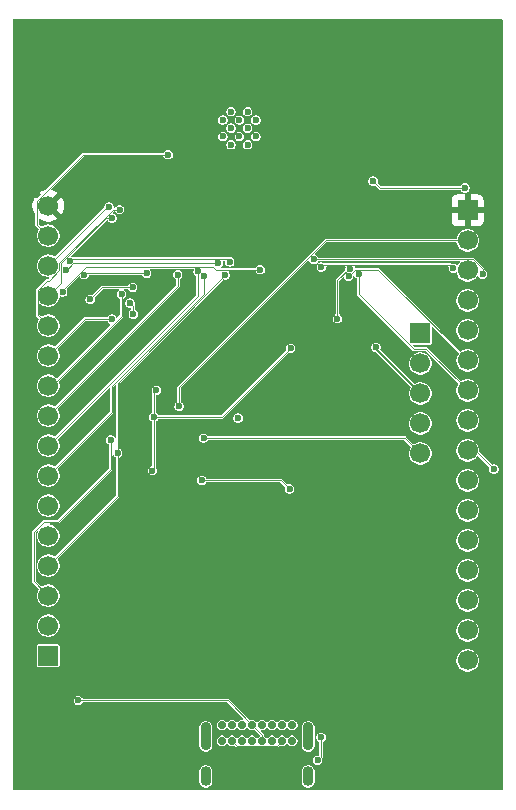
<source format=gbr>
%TF.GenerationSoftware,KiCad,Pcbnew,9.0.3*%
%TF.CreationDate,2025-08-15T22:13:15-04:00*%
%TF.ProjectId,bioimpedance,62696f69-6d70-4656-9461-6e63652e6b69,rev?*%
%TF.SameCoordinates,Original*%
%TF.FileFunction,Copper,L2,Bot*%
%TF.FilePolarity,Positive*%
%FSLAX46Y46*%
G04 Gerber Fmt 4.6, Leading zero omitted, Abs format (unit mm)*
G04 Created by KiCad (PCBNEW 9.0.3) date 2025-08-15 22:13:15*
%MOMM*%
%LPD*%
G01*
G04 APERTURE LIST*
%TA.AperFunction,ComponentPad*%
%ADD10R,1.700000X1.700000*%
%TD*%
%TA.AperFunction,ComponentPad*%
%ADD11C,1.700000*%
%TD*%
%TA.AperFunction,HeatsinkPad*%
%ADD12C,0.600000*%
%TD*%
%TA.AperFunction,ComponentPad*%
%ADD13C,0.700000*%
%TD*%
%TA.AperFunction,ComponentPad*%
%ADD14O,0.900000X2.400000*%
%TD*%
%TA.AperFunction,ComponentPad*%
%ADD15O,0.900000X1.700000*%
%TD*%
%TA.AperFunction,ViaPad*%
%ADD16C,0.600000*%
%TD*%
%TA.AperFunction,Conductor*%
%ADD17C,0.100000*%
%TD*%
%TA.AperFunction,Conductor*%
%ADD18C,0.200000*%
%TD*%
G04 APERTURE END LIST*
D10*
%TO.P,J8,1,Pin_1*%
%TO.N,GND*%
X96000000Y-88120000D03*
D11*
%TO.P,J8,2,Pin_2*%
%TO.N,14*%
X96000000Y-85580000D03*
%TO.P,J8,3,Pin_3*%
%TO.N,MOSI*%
X96000000Y-83040000D03*
%TO.P,J8,4,Pin_4*%
%TO.N,MISO*%
X96000000Y-80500000D03*
%TO.P,J8,5,Pin_5*%
%TO.N,11*%
X96000000Y-77960000D03*
%TO.P,J8,6,Pin_6*%
%TO.N,10*%
X96000000Y-75420000D03*
%TO.P,J8,7,Pin_7*%
%TO.N,09*%
X96000000Y-72880000D03*
%TO.P,J8,8,Pin_8*%
%TO.N,46*%
X96000000Y-70340000D03*
%TO.P,J8,9,Pin_9*%
%TO.N,03*%
X96000000Y-67800000D03*
%TO.P,J8,10,Pin_10*%
%TO.N,08*%
X96000000Y-65260000D03*
%TO.P,J8,11,Pin_11*%
%TO.N,SCLK*%
X96000000Y-62720000D03*
%TO.P,J8,12,Pin_12*%
%TO.N,15*%
X96000000Y-60180000D03*
%TO.P,J8,13,Pin_13*%
%TO.N,07*%
X96000000Y-57640000D03*
%TO.P,J8,14,Pin_14*%
%TO.N,06*%
X96000000Y-55100000D03*
%TO.P,J8,15,Pin_15*%
%TO.N,04*%
X96000000Y-52560000D03*
%TO.P,J8,16,Pin_16*%
%TO.N,+3V3*%
X96000000Y-50020000D03*
%TD*%
D12*
%TO.P,U1,41,GND*%
%TO.N,GND*%
X110775000Y-42760000D03*
X110775000Y-44160000D03*
X111475000Y-42060000D03*
X111475000Y-43460000D03*
X111475000Y-44860000D03*
X112175000Y-42760000D03*
X112175000Y-44160000D03*
X112875000Y-42060000D03*
X112875000Y-43460000D03*
X112875000Y-44860000D03*
X113575000Y-42760000D03*
X113575000Y-44160000D03*
%TD*%
D10*
%TO.P,J6,1,Pin_1*%
%TO.N,+3V3*%
X131500000Y-50420000D03*
D11*
%TO.P,J6,2,Pin_2*%
%TO.N,AOUT*%
X131500000Y-52960000D03*
%TO.P,J6,3,Pin_3*%
%TO.N,01*%
X131500000Y-55500000D03*
%TO.P,J6,4,Pin_4*%
%TO.N,02*%
X131500000Y-58040000D03*
%TO.P,J6,5,Pin_5*%
%TO.N,42*%
X131500000Y-60580000D03*
%TO.P,J6,6,Pin_6*%
%TO.N,41*%
X131500000Y-63120000D03*
%TO.P,J6,7,Pin_7*%
%TO.N,40*%
X131500000Y-65660000D03*
%TO.P,J6,8,Pin_8*%
%TO.N,39*%
X131500000Y-68200000D03*
%TO.P,J6,9,Pin_9*%
%TO.N,38*%
X131500000Y-70740000D03*
%TO.P,J6,10,Pin_10*%
%TO.N,37*%
X131500000Y-73280000D03*
%TO.P,J6,11,Pin_11*%
%TO.N,36*%
X131500000Y-75820000D03*
%TO.P,J6,12,Pin_12*%
%TO.N,35*%
X131500000Y-78360000D03*
%TO.P,J6,13,Pin_13*%
%TO.N,45*%
X131500000Y-80900000D03*
%TO.P,J6,14,Pin_14*%
%TO.N,48*%
X131500000Y-83440000D03*
%TO.P,J6,15,Pin_15*%
%TO.N,47*%
X131500000Y-85980000D03*
%TO.P,J6,16,Pin_16*%
%TO.N,GND*%
X131500000Y-88520000D03*
%TD*%
D13*
%TO.P,J3,A1,GND*%
%TO.N,GND*%
X110700000Y-93975000D03*
%TO.P,J3,A4,VBUS*%
%TO.N,VBUS*%
X111550000Y-93975000D03*
%TO.P,J3,A5,CC1*%
%TO.N,Net-(J3-CC1)*%
X112400000Y-93975000D03*
%TO.P,J3,A6,D+*%
%TO.N,D+*%
X113250000Y-93975000D03*
%TO.P,J3,A7,D-*%
%TO.N,D-*%
X114100000Y-93975000D03*
%TO.P,J3,A8,SBU1*%
%TO.N,unconnected-(J3-SBU1-PadA8)*%
X114950000Y-93975000D03*
%TO.P,J3,A9,VBUS*%
%TO.N,VBUS*%
X115800000Y-93975000D03*
%TO.P,J3,A12,GND*%
%TO.N,GND*%
X116650000Y-93975000D03*
%TO.P,J3,B1,GND*%
X116650000Y-95325000D03*
%TO.P,J3,B4,VBUS*%
%TO.N,VBUS*%
X115800000Y-95325000D03*
%TO.P,J3,B5,CC2*%
%TO.N,Net-(J3-CC2)*%
X114950000Y-95325000D03*
%TO.P,J3,B6,D+*%
%TO.N,D+*%
X114100000Y-95325000D03*
%TO.P,J3,B7,D-*%
%TO.N,D-*%
X113250000Y-95325000D03*
%TO.P,J3,B8,SBU2*%
%TO.N,unconnected-(J3-SBU2-PadB8)*%
X112400000Y-95325000D03*
%TO.P,J3,B9,VBUS*%
%TO.N,VBUS*%
X111550000Y-95325000D03*
%TO.P,J3,B12,GND*%
%TO.N,GND*%
X110700000Y-95325000D03*
D14*
%TO.P,J3,S1,SHIELD*%
%TO.N,unconnected-(J3-SHIELD-PadS1)_2*%
X109350000Y-94955000D03*
D15*
%TO.N,unconnected-(J3-SHIELD-PadS1)_3*%
X109350000Y-98335000D03*
D14*
%TO.N,unconnected-(J3-SHIELD-PadS1)*%
X118000000Y-94955000D03*
D15*
%TO.N,unconnected-(J3-SHIELD-PadS1)_1*%
X118000000Y-98335000D03*
%TD*%
D10*
%TO.P,J1,1,Pin_1*%
%TO.N,DVRP*%
X127500000Y-60840000D03*
D11*
%TO.P,J1,2,Pin_2*%
%TO.N,ECGP*%
X127500000Y-63380000D03*
%TO.P,J1,3,Pin_3*%
%TO.N,ECGN*%
X127500000Y-65920000D03*
%TO.P,J1,4,Pin_4*%
%TO.N,DVRN*%
X127500000Y-68460000D03*
%TO.P,J1,5,Pin_5*%
%TO.N,BIAS*%
X127500000Y-71000000D03*
%TD*%
D16*
%TO.N,GND*%
X104820000Y-72450000D03*
X112070000Y-68000000D03*
X116520000Y-62100000D03*
X105160000Y-65640000D03*
X104930000Y-67890000D03*
X118800000Y-96970000D03*
X119100000Y-95030000D03*
%TO.N,MOSI*%
X101280000Y-69840000D03*
%TO.N,+3V3*%
X113520000Y-74240000D03*
X118510000Y-76950000D03*
%TO.N,INT2B*%
X102911100Y-58255600D03*
X103193800Y-59198800D03*
%TO.N,07*%
X101393500Y-51065100D03*
%TO.N,10*%
X97471700Y-55488000D03*
X110383800Y-54898700D03*
%TO.N,04*%
X106154300Y-45700000D03*
%TO.N,15*%
X102031400Y-50342600D03*
%TO.N,08*%
X102199100Y-57524800D03*
%TO.N,14*%
X97223400Y-57331600D03*
X113950700Y-55438000D03*
%TO.N,06*%
X101141800Y-50130500D03*
%TO.N,03*%
X106957300Y-55857000D03*
%TO.N,11*%
X97822300Y-54697100D03*
X111363200Y-54772800D03*
%TO.N,09*%
X109166500Y-55990800D03*
%TO.N,40*%
X122292400Y-55790000D03*
%TO.N,38*%
X133726400Y-72312500D03*
X131275000Y-48510000D03*
X123508400Y-47931000D03*
%TO.N,46*%
X108684600Y-55588400D03*
%TO.N,48*%
X130302800Y-55302600D03*
X119112600Y-55225300D03*
%TO.N,AOUT*%
X107066300Y-67010000D03*
%TO.N,47*%
X118480200Y-54573900D03*
X132762400Y-55821100D03*
%TO.N,41*%
X121428400Y-55996800D03*
%TO.N,MISO*%
X110960000Y-55880000D03*
X101870000Y-70970000D03*
%TO.N,SCLK*%
X101393500Y-59631500D03*
%TO.N,BOOT*%
X121552300Y-55366400D03*
X120484000Y-59585300D03*
%TO.N,D+*%
X104328900Y-55740400D03*
X99021100Y-55861500D03*
X98546700Y-91912500D03*
%TO.N,D-*%
X99542100Y-57957900D03*
X103143000Y-56936200D03*
%TO.N,ECGN*%
X123750000Y-62010000D03*
%TO.N,+1V8*%
X116424500Y-73997800D03*
X108989500Y-73273400D03*
%TO.N,BIAS*%
X109140000Y-69690000D03*
%TO.N,+3V3*%
X116519100Y-86699700D03*
X113750300Y-86568200D03*
X111068200Y-86535000D03*
X103118900Y-37450500D03*
%TD*%
D17*
%TO.N,GND*%
X104820000Y-72450000D02*
X104930000Y-72340000D01*
X104930000Y-72340000D02*
X104930000Y-67890000D01*
X116520000Y-62100000D02*
X110730000Y-67890000D01*
X110730000Y-67890000D02*
X104930000Y-67890000D01*
X104930000Y-67890000D02*
X104930000Y-65870000D01*
X104930000Y-65870000D02*
X105160000Y-65640000D01*
X118800000Y-96970000D02*
X119100000Y-96670000D01*
X119100000Y-96670000D02*
X119100000Y-95030000D01*
%TO.N,MOSI*%
X101280000Y-69840000D02*
X101280000Y-72280000D01*
X96790000Y-76770000D02*
X95620000Y-76770000D01*
X101280000Y-72280000D02*
X96790000Y-76770000D01*
X95620000Y-76770000D02*
X94770000Y-77620000D01*
X94770000Y-81810000D02*
X96000000Y-83040000D01*
X94770000Y-77620000D02*
X94770000Y-81810000D01*
%TO.N,+3V3*%
X116230000Y-76950000D02*
X113520000Y-74240000D01*
X118510000Y-76950000D02*
X116230000Y-76950000D01*
%TO.N,INT2B*%
X103193800Y-58538300D02*
X103193800Y-59198800D01*
X102911100Y-58255600D02*
X103193800Y-58538300D01*
%TO.N,07*%
X97082100Y-56557900D02*
X96000000Y-57640000D01*
X97082100Y-54903100D02*
X97082100Y-56557900D01*
X100920100Y-51065100D02*
X97082100Y-54903100D01*
X101393500Y-51065100D02*
X100920100Y-51065100D01*
%TO.N,10*%
X97542900Y-55488000D02*
X97471700Y-55488000D01*
X98132200Y-54898700D02*
X97542900Y-55488000D01*
X110383800Y-54898700D02*
X98132200Y-54898700D01*
%TO.N,04*%
X98978800Y-45700000D02*
X106154300Y-45700000D01*
X95055600Y-49623200D02*
X98978800Y-45700000D01*
X95055600Y-51615600D02*
X95055600Y-49623200D01*
X96000000Y-52560000D02*
X95055600Y-51615600D01*
%TO.N,15*%
X95088300Y-59268300D02*
X96000000Y-60180000D01*
X95088300Y-57184700D02*
X95088300Y-59268300D01*
X95903000Y-56370000D02*
X95088300Y-57184700D01*
X96043100Y-56370000D02*
X95903000Y-56370000D01*
X96941100Y-55472000D02*
X96043100Y-56370000D01*
X96941100Y-54886200D02*
X96941100Y-55472000D01*
X101484700Y-50342600D02*
X96941100Y-54886200D01*
X102031400Y-50342600D02*
X101484700Y-50342600D01*
%TO.N,08*%
X102199100Y-59337400D02*
X102199100Y-57524800D01*
X96276500Y-65260000D02*
X102199100Y-59337400D01*
X96000000Y-65260000D02*
X96276500Y-65260000D01*
%TO.N,14*%
X97223400Y-57147800D02*
X97223400Y-57331600D01*
X99165400Y-55205800D02*
X97223400Y-57147800D01*
X109958200Y-55205800D02*
X99165400Y-55205800D01*
X110190400Y-55438000D02*
X109958200Y-55205800D01*
X113950700Y-55438000D02*
X110190400Y-55438000D01*
%TO.N,06*%
X100969500Y-50130500D02*
X101141800Y-50130500D01*
X96000000Y-55100000D02*
X100969500Y-50130500D01*
%TO.N,03*%
X106957300Y-56842700D02*
X106957300Y-55857000D01*
X96000000Y-67800000D02*
X106957300Y-56842700D01*
%TO.N,11*%
X111127300Y-54536900D02*
X111363200Y-54772800D01*
X97982500Y-54536900D02*
X111127300Y-54536900D01*
X97822300Y-54697100D02*
X97982500Y-54536900D01*
%TO.N,09*%
X109166500Y-57488700D02*
X109166500Y-55990800D01*
X101359200Y-65296000D02*
X109166500Y-57488700D01*
X101359200Y-67520800D02*
X101359200Y-65296000D01*
X96000000Y-72880000D02*
X101359200Y-67520800D01*
%TO.N,40*%
X122292400Y-57480700D02*
X122292400Y-55790000D01*
X126982500Y-62170800D02*
X122292400Y-57480700D01*
X128010800Y-62170800D02*
X126982500Y-62170800D01*
X131500000Y-65660000D02*
X128010800Y-62170800D01*
%TO.N,38*%
X132153900Y-70740000D02*
X133726400Y-72312500D01*
X131500000Y-70740000D02*
X132153900Y-70740000D01*
X124087400Y-48510000D02*
X123508400Y-47931000D01*
X131275000Y-48510000D02*
X124087400Y-48510000D01*
%TO.N,46*%
X108684600Y-57655400D02*
X96000000Y-70340000D01*
X108684600Y-55588400D02*
X108684600Y-57655400D01*
%TO.N,48*%
X119333200Y-55004700D02*
X119112600Y-55225300D01*
X130004900Y-55004700D02*
X119333200Y-55004700D01*
X130302800Y-55302600D02*
X130004900Y-55004700D01*
%TO.N,AOUT*%
X119500600Y-52960000D02*
X131500000Y-52960000D01*
X107066300Y-65394300D02*
X119500600Y-52960000D01*
X107066300Y-67010000D02*
X107066300Y-65394300D01*
%TO.N,47*%
X132762400Y-55416800D02*
X132762400Y-55821100D01*
X131919500Y-54573900D02*
X132762400Y-55416800D01*
X118480200Y-54573900D02*
X131919500Y-54573900D01*
%TO.N,41*%
X131500000Y-63033400D02*
X131500000Y-63120000D01*
X123894900Y-55428300D02*
X131500000Y-63033400D01*
X122001900Y-55428300D02*
X123894900Y-55428300D01*
X121433400Y-55996800D02*
X122001900Y-55428300D01*
X121428400Y-55996800D02*
X121433400Y-55996800D01*
%TO.N,MISO*%
X101870000Y-64990000D02*
X101870000Y-70970000D01*
X110960000Y-55900000D02*
X101870000Y-64990000D01*
X110960000Y-55880000D02*
X110960000Y-55900000D01*
X101870000Y-74630000D02*
X101870000Y-70970000D01*
X96000000Y-80500000D02*
X101870000Y-74630000D01*
%TO.N,SCLK*%
X99088500Y-59631500D02*
X96000000Y-62720000D01*
X101393500Y-59631500D02*
X99088500Y-59631500D01*
%TO.N,BOOT*%
X120484000Y-56331200D02*
X120484000Y-59585300D01*
X121448800Y-55366400D02*
X120484000Y-56331200D01*
X121552300Y-55366400D02*
X121448800Y-55366400D01*
%TO.N,D+*%
X114100000Y-94825000D02*
X114100000Y-95325000D01*
X113250000Y-93975000D02*
X114100000Y-94825000D01*
X99142200Y-55740400D02*
X99021100Y-55861500D01*
X104328900Y-55740400D02*
X99142200Y-55740400D01*
X111187500Y-91912500D02*
X113250000Y-93975000D01*
X98546700Y-91912500D02*
X111187500Y-91912500D01*
%TO.N,D-*%
X100563800Y-56936200D02*
X103143000Y-56936200D01*
X99542100Y-57957900D02*
X100563800Y-56936200D01*
%TO.N,VBUS*%
X115383400Y-95741600D02*
X115800000Y-95325000D01*
X111966600Y-95741600D02*
X115383400Y-95741600D01*
X111550000Y-95325000D02*
X111966600Y-95741600D01*
D18*
%TO.N,ECGN*%
X123750000Y-62170000D02*
X127500000Y-65920000D01*
X123750000Y-62010000D02*
X123750000Y-62170000D01*
D17*
%TO.N,+1V8*%
X115700100Y-73273400D02*
X108989500Y-73273400D01*
X116424500Y-73997800D02*
X115700100Y-73273400D01*
%TO.N,BIAS*%
X126190000Y-69690000D02*
X127500000Y-71000000D01*
X109140000Y-69690000D02*
X126190000Y-69690000D01*
%TD*%
%TA.AperFunction,Conductor*%
%TO.N,+3V3*%
G36*
X95647244Y-49313690D02*
G01*
X95870591Y-49537037D01*
X95807007Y-49554075D01*
X95692993Y-49619901D01*
X95599901Y-49712993D01*
X95534075Y-49827007D01*
X95517037Y-49890591D01*
X95293690Y-49667244D01*
X95279338Y-49632596D01*
X95293689Y-49597949D01*
X95577949Y-49313689D01*
X95612596Y-49299338D01*
X95647244Y-49313690D01*
G37*
%TD.AperFunction*%
%TA.AperFunction,Conductor*%
G36*
X134485148Y-34264352D02*
G01*
X134499500Y-34299000D01*
X134499500Y-99450500D01*
X134485148Y-99485148D01*
X134450500Y-99499500D01*
X93049500Y-99499500D01*
X93014852Y-99485148D01*
X93000500Y-99450500D01*
X93000500Y-97862522D01*
X108799500Y-97862522D01*
X108799500Y-98807477D01*
X108837015Y-98947483D01*
X108837016Y-98947487D01*
X108909491Y-99073015D01*
X109011985Y-99175509D01*
X109057930Y-99202035D01*
X109137512Y-99247983D01*
X109137514Y-99247983D01*
X109137515Y-99247984D01*
X109172517Y-99257363D01*
X109277522Y-99285500D01*
X109277525Y-99285500D01*
X109422477Y-99285500D01*
X109492480Y-99266742D01*
X109562485Y-99247984D01*
X109688015Y-99175509D01*
X109790509Y-99073015D01*
X109862984Y-98947485D01*
X109881742Y-98877480D01*
X109900500Y-98807477D01*
X109900500Y-97862522D01*
X117449500Y-97862522D01*
X117449500Y-98807477D01*
X117487015Y-98947483D01*
X117487016Y-98947487D01*
X117559491Y-99073015D01*
X117661985Y-99175509D01*
X117707930Y-99202035D01*
X117787512Y-99247983D01*
X117787514Y-99247983D01*
X117787515Y-99247984D01*
X117822517Y-99257363D01*
X117927522Y-99285500D01*
X117927525Y-99285500D01*
X118072477Y-99285500D01*
X118142480Y-99266742D01*
X118212485Y-99247984D01*
X118338015Y-99175509D01*
X118440509Y-99073015D01*
X118512984Y-98947485D01*
X118531742Y-98877480D01*
X118550500Y-98807477D01*
X118550500Y-97862522D01*
X118512984Y-97722516D01*
X118512983Y-97722512D01*
X118440508Y-97596984D01*
X118338015Y-97494491D01*
X118212487Y-97422016D01*
X118212483Y-97422015D01*
X118072478Y-97384500D01*
X118072475Y-97384500D01*
X117927525Y-97384500D01*
X117927522Y-97384500D01*
X117787516Y-97422015D01*
X117787512Y-97422016D01*
X117661984Y-97494491D01*
X117661984Y-97494492D01*
X117559492Y-97596984D01*
X117559491Y-97596984D01*
X117487016Y-97722512D01*
X117487015Y-97722516D01*
X117449500Y-97862522D01*
X109900500Y-97862522D01*
X109862984Y-97722516D01*
X109862983Y-97722512D01*
X109790508Y-97596984D01*
X109688015Y-97494491D01*
X109562487Y-97422016D01*
X109562483Y-97422015D01*
X109422478Y-97384500D01*
X109422475Y-97384500D01*
X109277525Y-97384500D01*
X109277522Y-97384500D01*
X109137516Y-97422015D01*
X109137512Y-97422016D01*
X109011984Y-97494491D01*
X109011984Y-97494492D01*
X108909492Y-97596984D01*
X108909491Y-97596984D01*
X108837016Y-97722512D01*
X108837015Y-97722516D01*
X108799500Y-97862522D01*
X93000500Y-97862522D01*
X93000500Y-96917269D01*
X118399500Y-96917269D01*
X118399500Y-97022730D01*
X118426792Y-97124585D01*
X118426793Y-97124589D01*
X118479520Y-97215913D01*
X118554087Y-97290480D01*
X118587513Y-97309778D01*
X118645410Y-97343206D01*
X118645412Y-97343206D01*
X118645413Y-97343207D01*
X118725747Y-97364732D01*
X118747269Y-97370499D01*
X118747270Y-97370500D01*
X118747273Y-97370500D01*
X118852730Y-97370500D01*
X118852730Y-97370499D01*
X118954587Y-97343207D01*
X119045913Y-97290480D01*
X119120480Y-97215913D01*
X119173207Y-97124587D01*
X119200499Y-97022730D01*
X119200500Y-97022730D01*
X119200500Y-96917270D01*
X119179307Y-96838179D01*
X119184202Y-96800997D01*
X119191986Y-96790852D01*
X119227587Y-96755252D01*
X119242396Y-96719500D01*
X119250500Y-96699936D01*
X119250500Y-95433856D01*
X119264852Y-95399208D01*
X119274997Y-95391423D01*
X119345913Y-95350480D01*
X119420480Y-95275913D01*
X119473207Y-95184587D01*
X119500499Y-95082730D01*
X119500500Y-95082730D01*
X119500500Y-94977270D01*
X119500499Y-94977269D01*
X119485698Y-94922031D01*
X119473207Y-94875413D01*
X119473206Y-94875412D01*
X119473206Y-94875410D01*
X119439778Y-94817513D01*
X119420480Y-94784087D01*
X119345913Y-94709520D01*
X119254589Y-94656793D01*
X119254585Y-94656792D01*
X119152730Y-94629500D01*
X119152727Y-94629500D01*
X119047273Y-94629500D01*
X119047270Y-94629500D01*
X118945414Y-94656792D01*
X118945410Y-94656793D01*
X118854086Y-94709520D01*
X118854086Y-94709521D01*
X118779521Y-94784086D01*
X118779520Y-94784086D01*
X118726793Y-94875410D01*
X118726792Y-94875414D01*
X118699500Y-94977269D01*
X118699500Y-95082730D01*
X118726792Y-95184585D01*
X118726793Y-95184589D01*
X118773618Y-95265691D01*
X118779520Y-95275913D01*
X118854087Y-95350480D01*
X118925000Y-95391422D01*
X118947830Y-95421174D01*
X118949500Y-95433856D01*
X118949500Y-96531571D01*
X118935148Y-96566219D01*
X118900500Y-96580571D01*
X118887819Y-96578902D01*
X118852728Y-96569500D01*
X118852727Y-96569500D01*
X118747273Y-96569500D01*
X118747270Y-96569500D01*
X118645414Y-96596792D01*
X118645410Y-96596793D01*
X118554086Y-96649520D01*
X118554086Y-96649521D01*
X118479521Y-96724086D01*
X118479520Y-96724086D01*
X118426793Y-96815410D01*
X118426792Y-96815414D01*
X118399500Y-96917269D01*
X93000500Y-96917269D01*
X93000500Y-94132522D01*
X108799500Y-94132522D01*
X108799500Y-95777477D01*
X108837015Y-95917483D01*
X108837016Y-95917487D01*
X108909491Y-96043015D01*
X109011985Y-96145509D01*
X109057930Y-96172035D01*
X109137512Y-96217983D01*
X109137514Y-96217983D01*
X109137515Y-96217984D01*
X109172517Y-96227363D01*
X109277522Y-96255500D01*
X109277525Y-96255500D01*
X109422477Y-96255500D01*
X109492480Y-96236742D01*
X109562485Y-96217984D01*
X109688015Y-96145509D01*
X109790509Y-96043015D01*
X109862984Y-95917485D01*
X109881742Y-95847480D01*
X109900500Y-95777477D01*
X109900500Y-94132522D01*
X109862984Y-93992516D01*
X109862983Y-93992512D01*
X109790508Y-93866984D01*
X109688015Y-93764491D01*
X109562487Y-93692016D01*
X109562483Y-93692015D01*
X109422478Y-93654500D01*
X109422475Y-93654500D01*
X109277525Y-93654500D01*
X109277522Y-93654500D01*
X109137516Y-93692015D01*
X109137512Y-93692016D01*
X109011984Y-93764491D01*
X109011984Y-93764492D01*
X108909492Y-93866984D01*
X108909491Y-93866984D01*
X108837016Y-93992512D01*
X108837015Y-93992516D01*
X108799500Y-94132522D01*
X93000500Y-94132522D01*
X93000500Y-91859769D01*
X98146200Y-91859769D01*
X98146200Y-91965230D01*
X98173492Y-92067085D01*
X98173493Y-92067089D01*
X98185278Y-92087500D01*
X98226220Y-92158413D01*
X98300787Y-92232980D01*
X98334213Y-92252278D01*
X98392110Y-92285706D01*
X98392112Y-92285706D01*
X98392113Y-92285707D01*
X98472447Y-92307232D01*
X98493969Y-92312999D01*
X98493970Y-92313000D01*
X98493973Y-92313000D01*
X98599430Y-92313000D01*
X98599430Y-92312999D01*
X98701287Y-92285707D01*
X98792613Y-92232980D01*
X98867180Y-92158413D01*
X98908122Y-92087499D01*
X98937874Y-92064670D01*
X98950556Y-92063000D01*
X111104864Y-92063000D01*
X111139512Y-92077352D01*
X112503964Y-93441804D01*
X112518316Y-93476452D01*
X112503964Y-93511100D01*
X112469316Y-93525452D01*
X112462542Y-93524563D01*
X112462496Y-93524919D01*
X112459312Y-93524500D01*
X112459309Y-93524500D01*
X112340691Y-93524500D01*
X112340688Y-93524500D01*
X112226115Y-93555200D01*
X112226112Y-93555201D01*
X112123386Y-93614511D01*
X112123386Y-93614512D01*
X112039513Y-93698384D01*
X112017435Y-93736624D01*
X111987681Y-93759454D01*
X111950499Y-93754558D01*
X111932565Y-93736624D01*
X111910489Y-93698387D01*
X111826613Y-93614511D01*
X111723887Y-93555201D01*
X111723884Y-93555200D01*
X111609312Y-93524500D01*
X111609309Y-93524500D01*
X111490691Y-93524500D01*
X111490688Y-93524500D01*
X111376115Y-93555200D01*
X111376112Y-93555201D01*
X111273386Y-93614511D01*
X111273386Y-93614512D01*
X111189513Y-93698384D01*
X111167435Y-93736624D01*
X111137681Y-93759454D01*
X111100499Y-93754558D01*
X111082565Y-93736624D01*
X111060489Y-93698387D01*
X110976613Y-93614511D01*
X110873887Y-93555201D01*
X110873884Y-93555200D01*
X110759312Y-93524500D01*
X110759309Y-93524500D01*
X110640691Y-93524500D01*
X110640688Y-93524500D01*
X110526115Y-93555200D01*
X110526112Y-93555201D01*
X110423386Y-93614511D01*
X110423386Y-93614512D01*
X110339512Y-93698386D01*
X110339511Y-93698386D01*
X110280201Y-93801112D01*
X110280200Y-93801115D01*
X110249500Y-93915688D01*
X110249500Y-94034311D01*
X110280200Y-94148884D01*
X110280201Y-94148887D01*
X110339511Y-94251613D01*
X110423387Y-94335489D01*
X110526114Y-94394799D01*
X110545625Y-94400027D01*
X110640688Y-94425500D01*
X110640691Y-94425500D01*
X110759311Y-94425500D01*
X110816597Y-94410149D01*
X110873886Y-94394799D01*
X110976613Y-94335489D01*
X111060489Y-94251613D01*
X111082565Y-94213375D01*
X111112318Y-94190546D01*
X111149500Y-94195441D01*
X111167434Y-94213375D01*
X111189511Y-94251613D01*
X111273387Y-94335489D01*
X111376114Y-94394799D01*
X111395625Y-94400027D01*
X111490688Y-94425500D01*
X111490691Y-94425500D01*
X111609311Y-94425500D01*
X111666597Y-94410149D01*
X111723886Y-94394799D01*
X111826613Y-94335489D01*
X111910489Y-94251613D01*
X111932565Y-94213375D01*
X111962318Y-94190546D01*
X111999500Y-94195441D01*
X112017434Y-94213375D01*
X112039511Y-94251613D01*
X112123387Y-94335489D01*
X112226114Y-94394799D01*
X112245625Y-94400027D01*
X112340688Y-94425500D01*
X112340691Y-94425500D01*
X112459311Y-94425500D01*
X112516597Y-94410149D01*
X112573886Y-94394799D01*
X112676613Y-94335489D01*
X112760489Y-94251613D01*
X112782565Y-94213375D01*
X112812318Y-94190546D01*
X112849500Y-94195441D01*
X112867434Y-94213375D01*
X112889511Y-94251613D01*
X112973387Y-94335489D01*
X113076114Y-94394799D01*
X113095625Y-94400027D01*
X113190688Y-94425500D01*
X113190691Y-94425500D01*
X113309311Y-94425500D01*
X113422644Y-94395132D01*
X113459826Y-94400027D01*
X113469974Y-94407814D01*
X113691660Y-94629500D01*
X113907109Y-94844948D01*
X113921461Y-94879596D01*
X113907109Y-94914244D01*
X113896962Y-94922031D01*
X113823384Y-94964513D01*
X113739513Y-95048384D01*
X113717435Y-95086624D01*
X113687681Y-95109454D01*
X113650499Y-95104558D01*
X113632565Y-95086624D01*
X113630315Y-95082727D01*
X113610489Y-95048387D01*
X113526613Y-94964511D01*
X113423887Y-94905201D01*
X113423884Y-94905200D01*
X113309312Y-94874500D01*
X113309309Y-94874500D01*
X113190691Y-94874500D01*
X113190688Y-94874500D01*
X113076115Y-94905200D01*
X113076112Y-94905201D01*
X112973386Y-94964511D01*
X112973386Y-94964512D01*
X112889513Y-95048384D01*
X112867435Y-95086624D01*
X112837681Y-95109454D01*
X112800499Y-95104558D01*
X112782565Y-95086624D01*
X112780315Y-95082727D01*
X112760489Y-95048387D01*
X112676613Y-94964511D01*
X112573887Y-94905201D01*
X112573884Y-94905200D01*
X112459312Y-94874500D01*
X112459309Y-94874500D01*
X112340691Y-94874500D01*
X112340688Y-94874500D01*
X112226115Y-94905200D01*
X112226112Y-94905201D01*
X112123386Y-94964511D01*
X112123386Y-94964512D01*
X112039513Y-95048384D01*
X112017435Y-95086624D01*
X111987681Y-95109454D01*
X111950499Y-95104558D01*
X111932565Y-95086624D01*
X111930315Y-95082727D01*
X111910489Y-95048387D01*
X111826613Y-94964511D01*
X111723887Y-94905201D01*
X111723884Y-94905200D01*
X111609312Y-94874500D01*
X111609309Y-94874500D01*
X111490691Y-94874500D01*
X111490688Y-94874500D01*
X111376115Y-94905200D01*
X111376112Y-94905201D01*
X111273386Y-94964511D01*
X111273386Y-94964512D01*
X111189513Y-95048384D01*
X111167435Y-95086624D01*
X111137681Y-95109454D01*
X111100499Y-95104558D01*
X111082565Y-95086624D01*
X111080315Y-95082727D01*
X111060489Y-95048387D01*
X110976613Y-94964511D01*
X110873887Y-94905201D01*
X110873884Y-94905200D01*
X110759312Y-94874500D01*
X110759309Y-94874500D01*
X110640691Y-94874500D01*
X110640688Y-94874500D01*
X110526115Y-94905200D01*
X110526112Y-94905201D01*
X110423386Y-94964511D01*
X110423386Y-94964512D01*
X110339512Y-95048386D01*
X110339511Y-95048386D01*
X110280201Y-95151112D01*
X110280200Y-95151115D01*
X110249500Y-95265688D01*
X110249500Y-95384311D01*
X110280200Y-95498884D01*
X110280201Y-95498887D01*
X110333441Y-95591100D01*
X110339511Y-95601613D01*
X110423387Y-95685489D01*
X110498585Y-95728905D01*
X110523796Y-95743461D01*
X110526114Y-95744799D01*
X110545625Y-95750027D01*
X110640688Y-95775500D01*
X110640691Y-95775500D01*
X110759311Y-95775500D01*
X110816597Y-95760149D01*
X110873886Y-95744799D01*
X110976613Y-95685489D01*
X111060489Y-95601613D01*
X111082565Y-95563375D01*
X111112318Y-95540546D01*
X111149500Y-95545441D01*
X111167434Y-95563375D01*
X111189511Y-95601613D01*
X111273387Y-95685489D01*
X111348585Y-95728905D01*
X111373796Y-95743461D01*
X111376114Y-95744799D01*
X111395625Y-95750027D01*
X111490688Y-95775500D01*
X111490691Y-95775500D01*
X111609311Y-95775500D01*
X111722644Y-95745132D01*
X111759826Y-95750027D01*
X111769973Y-95757813D01*
X111881348Y-95869187D01*
X111897546Y-95875895D01*
X111897549Y-95875898D01*
X111897550Y-95875897D01*
X111936664Y-95892100D01*
X111936665Y-95892100D01*
X115413334Y-95892100D01*
X115413336Y-95892100D01*
X115436248Y-95882609D01*
X115468652Y-95869188D01*
X115580027Y-95757811D01*
X115614672Y-95743461D01*
X115627350Y-95745130D01*
X115695051Y-95763270D01*
X115740689Y-95775500D01*
X115740691Y-95775500D01*
X115859311Y-95775500D01*
X115916597Y-95760149D01*
X115973886Y-95744799D01*
X116076613Y-95685489D01*
X116160489Y-95601613D01*
X116182565Y-95563375D01*
X116212318Y-95540546D01*
X116249500Y-95545441D01*
X116267434Y-95563375D01*
X116289511Y-95601613D01*
X116373387Y-95685489D01*
X116448585Y-95728905D01*
X116473796Y-95743461D01*
X116476114Y-95744799D01*
X116495625Y-95750027D01*
X116590688Y-95775500D01*
X116590691Y-95775500D01*
X116709311Y-95775500D01*
X116766597Y-95760149D01*
X116823886Y-95744799D01*
X116926613Y-95685489D01*
X117010489Y-95601613D01*
X117069799Y-95498886D01*
X117095143Y-95404302D01*
X117100500Y-95384311D01*
X117100500Y-95265688D01*
X117069799Y-95151115D01*
X117069798Y-95151112D01*
X117010488Y-95048386D01*
X116926613Y-94964511D01*
X116823887Y-94905201D01*
X116823884Y-94905200D01*
X116709312Y-94874500D01*
X116709309Y-94874500D01*
X116590691Y-94874500D01*
X116590688Y-94874500D01*
X116476115Y-94905200D01*
X116476112Y-94905201D01*
X116373386Y-94964511D01*
X116373386Y-94964512D01*
X116289513Y-95048384D01*
X116267435Y-95086624D01*
X116237681Y-95109454D01*
X116200499Y-95104558D01*
X116182565Y-95086624D01*
X116180315Y-95082727D01*
X116160489Y-95048387D01*
X116076613Y-94964511D01*
X115973887Y-94905201D01*
X115973884Y-94905200D01*
X115859312Y-94874500D01*
X115859309Y-94874500D01*
X115740691Y-94874500D01*
X115740688Y-94874500D01*
X115626115Y-94905200D01*
X115626112Y-94905201D01*
X115523386Y-94964511D01*
X115523386Y-94964512D01*
X115439513Y-95048384D01*
X115417435Y-95086624D01*
X115387681Y-95109454D01*
X115350499Y-95104558D01*
X115332565Y-95086624D01*
X115330315Y-95082727D01*
X115310489Y-95048387D01*
X115226613Y-94964511D01*
X115123887Y-94905201D01*
X115123884Y-94905200D01*
X115009312Y-94874500D01*
X115009309Y-94874500D01*
X114890691Y-94874500D01*
X114890688Y-94874500D01*
X114776115Y-94905200D01*
X114776112Y-94905201D01*
X114673386Y-94964511D01*
X114673386Y-94964512D01*
X114589513Y-95048384D01*
X114567435Y-95086624D01*
X114537681Y-95109454D01*
X114500499Y-95104558D01*
X114482565Y-95086624D01*
X114480315Y-95082727D01*
X114460489Y-95048387D01*
X114376613Y-94964511D01*
X114289549Y-94914244D01*
X114274999Y-94905843D01*
X114252169Y-94876089D01*
X114250500Y-94863408D01*
X114250500Y-94795066D01*
X114250499Y-94795062D01*
X114244053Y-94779500D01*
X114227588Y-94739749D01*
X114227586Y-94739746D01*
X113996035Y-94508195D01*
X113981683Y-94473547D01*
X113996035Y-94438899D01*
X114030683Y-94424547D01*
X114037456Y-94425440D01*
X114037504Y-94425081D01*
X114040688Y-94425500D01*
X114040691Y-94425500D01*
X114159311Y-94425500D01*
X114216597Y-94410149D01*
X114273886Y-94394799D01*
X114376613Y-94335489D01*
X114460489Y-94251613D01*
X114482565Y-94213375D01*
X114512318Y-94190546D01*
X114549500Y-94195441D01*
X114567434Y-94213375D01*
X114589511Y-94251613D01*
X114673387Y-94335489D01*
X114776114Y-94394799D01*
X114795625Y-94400027D01*
X114890688Y-94425500D01*
X114890691Y-94425500D01*
X115009311Y-94425500D01*
X115066597Y-94410149D01*
X115123886Y-94394799D01*
X115226613Y-94335489D01*
X115310489Y-94251613D01*
X115332565Y-94213375D01*
X115362318Y-94190546D01*
X115399500Y-94195441D01*
X115417434Y-94213375D01*
X115439511Y-94251613D01*
X115523387Y-94335489D01*
X115626114Y-94394799D01*
X115645625Y-94400027D01*
X115740688Y-94425500D01*
X115740691Y-94425500D01*
X115859311Y-94425500D01*
X115916597Y-94410149D01*
X115973886Y-94394799D01*
X116076613Y-94335489D01*
X116160489Y-94251613D01*
X116182565Y-94213375D01*
X116212318Y-94190546D01*
X116249500Y-94195441D01*
X116267434Y-94213375D01*
X116289511Y-94251613D01*
X116373387Y-94335489D01*
X116476114Y-94394799D01*
X116495625Y-94400027D01*
X116590688Y-94425500D01*
X116590691Y-94425500D01*
X116709311Y-94425500D01*
X116766597Y-94410149D01*
X116823886Y-94394799D01*
X116926613Y-94335489D01*
X117010489Y-94251613D01*
X117069799Y-94148886D01*
X117074184Y-94132522D01*
X117449500Y-94132522D01*
X117449500Y-95777477D01*
X117487015Y-95917483D01*
X117487016Y-95917487D01*
X117559491Y-96043015D01*
X117661985Y-96145509D01*
X117707930Y-96172035D01*
X117787512Y-96217983D01*
X117787514Y-96217983D01*
X117787515Y-96217984D01*
X117822517Y-96227363D01*
X117927522Y-96255500D01*
X117927525Y-96255500D01*
X118072477Y-96255500D01*
X118142480Y-96236742D01*
X118212485Y-96217984D01*
X118338015Y-96145509D01*
X118440509Y-96043015D01*
X118512984Y-95917485D01*
X118531742Y-95847480D01*
X118550500Y-95777477D01*
X118550500Y-94132522D01*
X118512984Y-93992516D01*
X118512983Y-93992512D01*
X118440508Y-93866984D01*
X118338015Y-93764491D01*
X118212487Y-93692016D01*
X118212483Y-93692015D01*
X118072478Y-93654500D01*
X118072475Y-93654500D01*
X117927525Y-93654500D01*
X117927522Y-93654500D01*
X117787516Y-93692015D01*
X117787512Y-93692016D01*
X117661984Y-93764491D01*
X117661984Y-93764492D01*
X117559492Y-93866984D01*
X117559491Y-93866984D01*
X117487016Y-93992512D01*
X117487015Y-93992516D01*
X117449500Y-94132522D01*
X117074184Y-94132522D01*
X117078442Y-94116631D01*
X117100500Y-94034311D01*
X117100500Y-93915688D01*
X117069799Y-93801115D01*
X117069798Y-93801112D01*
X117048655Y-93764492D01*
X117010489Y-93698387D01*
X116926613Y-93614511D01*
X116823887Y-93555201D01*
X116823884Y-93555200D01*
X116709312Y-93524500D01*
X116709309Y-93524500D01*
X116590691Y-93524500D01*
X116590688Y-93524500D01*
X116476115Y-93555200D01*
X116476112Y-93555201D01*
X116373386Y-93614511D01*
X116373386Y-93614512D01*
X116289513Y-93698384D01*
X116267435Y-93736624D01*
X116237681Y-93759454D01*
X116200499Y-93754558D01*
X116182565Y-93736624D01*
X116160489Y-93698387D01*
X116076613Y-93614511D01*
X115973887Y-93555201D01*
X115973884Y-93555200D01*
X115859312Y-93524500D01*
X115859309Y-93524500D01*
X115740691Y-93524500D01*
X115740688Y-93524500D01*
X115626115Y-93555200D01*
X115626112Y-93555201D01*
X115523386Y-93614511D01*
X115523386Y-93614512D01*
X115439513Y-93698384D01*
X115417435Y-93736624D01*
X115387681Y-93759454D01*
X115350499Y-93754558D01*
X115332565Y-93736624D01*
X115310489Y-93698387D01*
X115226613Y-93614511D01*
X115123887Y-93555201D01*
X115123884Y-93555200D01*
X115009312Y-93524500D01*
X115009309Y-93524500D01*
X114890691Y-93524500D01*
X114890688Y-93524500D01*
X114776115Y-93555200D01*
X114776112Y-93555201D01*
X114673386Y-93614511D01*
X114673386Y-93614512D01*
X114589513Y-93698384D01*
X114567435Y-93736624D01*
X114537681Y-93759454D01*
X114500499Y-93754558D01*
X114482565Y-93736624D01*
X114460489Y-93698387D01*
X114376613Y-93614511D01*
X114273887Y-93555201D01*
X114273884Y-93555200D01*
X114159312Y-93524500D01*
X114159309Y-93524500D01*
X114040691Y-93524500D01*
X114040688Y-93524500D01*
X113926115Y-93555200D01*
X113926112Y-93555201D01*
X113823386Y-93614511D01*
X113823386Y-93614512D01*
X113739513Y-93698384D01*
X113717435Y-93736624D01*
X113687681Y-93759454D01*
X113650499Y-93754558D01*
X113632565Y-93736624D01*
X113610489Y-93698387D01*
X113526613Y-93614511D01*
X113423887Y-93555201D01*
X113423884Y-93555200D01*
X113309312Y-93524500D01*
X113309309Y-93524500D01*
X113190691Y-93524500D01*
X113190688Y-93524500D01*
X113077355Y-93554867D01*
X113040173Y-93549972D01*
X113030025Y-93542185D01*
X111272751Y-91784911D01*
X111255478Y-91777757D01*
X111238205Y-91770603D01*
X111217437Y-91762000D01*
X111217436Y-91762000D01*
X98950556Y-91762000D01*
X98915908Y-91747648D01*
X98908123Y-91737502D01*
X98867180Y-91666587D01*
X98792613Y-91592020D01*
X98701289Y-91539293D01*
X98701285Y-91539292D01*
X98599430Y-91512000D01*
X98599427Y-91512000D01*
X98493973Y-91512000D01*
X98493970Y-91512000D01*
X98392114Y-91539292D01*
X98392110Y-91539293D01*
X98300786Y-91592020D01*
X98300786Y-91592021D01*
X98226221Y-91666586D01*
X98226220Y-91666586D01*
X98173493Y-91757910D01*
X98173492Y-91757914D01*
X98146200Y-91859769D01*
X93000500Y-91859769D01*
X93000500Y-87260095D01*
X95049500Y-87260095D01*
X95049500Y-88979894D01*
X95049501Y-88979898D01*
X95055331Y-89009213D01*
X95055331Y-89009214D01*
X95055332Y-89009215D01*
X95055332Y-89009216D01*
X95077542Y-89042456D01*
X95077543Y-89042457D01*
X95110787Y-89064669D01*
X95140101Y-89070500D01*
X96859898Y-89070499D01*
X96889213Y-89064669D01*
X96922457Y-89042457D01*
X96944669Y-89009213D01*
X96950500Y-88979899D01*
X96950499Y-88426384D01*
X130549500Y-88426384D01*
X130549500Y-88613616D01*
X130573740Y-88735479D01*
X130586026Y-88797248D01*
X130586029Y-88797258D01*
X130657675Y-88970225D01*
X130657676Y-88970227D01*
X130657678Y-88970231D01*
X130761698Y-89125908D01*
X130894092Y-89258302D01*
X131049769Y-89362322D01*
X131049774Y-89362324D01*
X131222741Y-89433970D01*
X131222743Y-89433970D01*
X131222749Y-89433973D01*
X131406384Y-89470500D01*
X131406387Y-89470500D01*
X131593613Y-89470500D01*
X131593616Y-89470500D01*
X131777251Y-89433973D01*
X131950231Y-89362322D01*
X132105908Y-89258302D01*
X132238302Y-89125908D01*
X132342322Y-88970231D01*
X132413973Y-88797251D01*
X132450500Y-88613616D01*
X132450500Y-88426384D01*
X132413973Y-88242749D01*
X132342322Y-88069769D01*
X132238302Y-87914092D01*
X132105908Y-87781698D01*
X131950231Y-87677678D01*
X131950227Y-87677676D01*
X131950225Y-87677675D01*
X131777258Y-87606029D01*
X131777248Y-87606026D01*
X131703194Y-87591296D01*
X131593616Y-87569500D01*
X131406384Y-87569500D01*
X131314986Y-87587680D01*
X131222751Y-87606026D01*
X131222741Y-87606029D01*
X131049774Y-87677675D01*
X131049770Y-87677677D01*
X131049769Y-87677678D01*
X131010195Y-87704120D01*
X130894092Y-87781697D01*
X130761697Y-87914092D01*
X130657675Y-88069774D01*
X130586029Y-88242741D01*
X130586026Y-88242751D01*
X130567680Y-88334986D01*
X130549500Y-88426384D01*
X96950499Y-88426384D01*
X96950499Y-88069774D01*
X96950499Y-87260105D01*
X96950499Y-87260102D01*
X96944669Y-87230787D01*
X96944667Y-87230784D01*
X96944667Y-87230783D01*
X96922457Y-87197543D01*
X96889212Y-87175330D01*
X96859901Y-87169500D01*
X95140105Y-87169500D01*
X95140104Y-87169500D01*
X95140102Y-87169501D01*
X95110787Y-87175331D01*
X95110786Y-87175331D01*
X95110784Y-87175332D01*
X95110783Y-87175332D01*
X95077543Y-87197542D01*
X95055330Y-87230786D01*
X95055330Y-87230787D01*
X95049500Y-87260095D01*
X93000500Y-87260095D01*
X93000500Y-85486384D01*
X95049500Y-85486384D01*
X95049500Y-85673616D01*
X95073740Y-85795479D01*
X95086026Y-85857248D01*
X95086029Y-85857258D01*
X95157675Y-86030225D01*
X95157676Y-86030227D01*
X95157678Y-86030231D01*
X95261698Y-86185908D01*
X95394092Y-86318302D01*
X95549769Y-86422322D01*
X95568863Y-86430231D01*
X95722741Y-86493970D01*
X95722743Y-86493970D01*
X95722749Y-86493973D01*
X95906384Y-86530500D01*
X95906387Y-86530500D01*
X96093613Y-86530500D01*
X96093616Y-86530500D01*
X96277251Y-86493973D01*
X96450231Y-86422322D01*
X96605908Y-86318302D01*
X96738302Y-86185908D01*
X96842322Y-86030231D01*
X96901906Y-85886384D01*
X130549500Y-85886384D01*
X130549500Y-86073616D01*
X130571836Y-86185907D01*
X130586026Y-86257248D01*
X130586029Y-86257258D01*
X130657675Y-86430225D01*
X130657676Y-86430227D01*
X130657678Y-86430231D01*
X130761698Y-86585908D01*
X130894092Y-86718302D01*
X131049769Y-86822322D01*
X131049774Y-86822324D01*
X131222741Y-86893970D01*
X131222743Y-86893970D01*
X131222749Y-86893973D01*
X131406384Y-86930500D01*
X131406387Y-86930500D01*
X131593613Y-86930500D01*
X131593616Y-86930500D01*
X131777251Y-86893973D01*
X131950231Y-86822322D01*
X132105908Y-86718302D01*
X132238302Y-86585908D01*
X132342322Y-86430231D01*
X132413973Y-86257251D01*
X132450500Y-86073616D01*
X132450500Y-85886384D01*
X132413973Y-85702749D01*
X132342322Y-85529769D01*
X132238302Y-85374092D01*
X132105908Y-85241698D01*
X131950231Y-85137678D01*
X131950227Y-85137676D01*
X131950225Y-85137675D01*
X131777258Y-85066029D01*
X131777248Y-85066026D01*
X131703194Y-85051296D01*
X131593616Y-85029500D01*
X131406384Y-85029500D01*
X131314986Y-85047680D01*
X131222751Y-85066026D01*
X131222741Y-85066029D01*
X131049774Y-85137675D01*
X131049770Y-85137677D01*
X131049769Y-85137678D01*
X131010195Y-85164120D01*
X130894092Y-85241697D01*
X130761697Y-85374092D01*
X130657675Y-85529774D01*
X130586029Y-85702741D01*
X130586026Y-85702751D01*
X130567680Y-85794986D01*
X130549500Y-85886384D01*
X96901906Y-85886384D01*
X96913973Y-85857251D01*
X96950500Y-85673616D01*
X96950500Y-85486384D01*
X96913973Y-85302749D01*
X96842322Y-85129769D01*
X96738302Y-84974092D01*
X96605908Y-84841698D01*
X96450231Y-84737678D01*
X96450227Y-84737676D01*
X96450225Y-84737675D01*
X96277258Y-84666029D01*
X96277248Y-84666026D01*
X96203194Y-84651296D01*
X96093616Y-84629500D01*
X95906384Y-84629500D01*
X95814986Y-84647680D01*
X95722751Y-84666026D01*
X95722741Y-84666029D01*
X95549774Y-84737675D01*
X95549770Y-84737677D01*
X95549769Y-84737678D01*
X95510195Y-84764120D01*
X95394092Y-84841697D01*
X95261697Y-84974092D01*
X95157675Y-85129774D01*
X95086029Y-85302741D01*
X95086026Y-85302751D01*
X95071836Y-85374092D01*
X95049500Y-85486384D01*
X93000500Y-85486384D01*
X93000500Y-77590064D01*
X94619500Y-77590064D01*
X94619500Y-77590065D01*
X94619500Y-81839937D01*
X94623876Y-81850500D01*
X94623877Y-81850502D01*
X94642411Y-81895250D01*
X94642414Y-81895255D01*
X95201041Y-82453880D01*
X95215393Y-82488528D01*
X95207135Y-82515751D01*
X95157677Y-82589770D01*
X95086028Y-82762745D01*
X95086026Y-82762751D01*
X95071836Y-82834092D01*
X95049500Y-82946384D01*
X95049500Y-83133616D01*
X95073740Y-83255479D01*
X95086026Y-83317248D01*
X95086029Y-83317258D01*
X95157675Y-83490225D01*
X95157676Y-83490227D01*
X95157678Y-83490231D01*
X95261698Y-83645908D01*
X95394092Y-83778302D01*
X95549769Y-83882322D01*
X95568863Y-83890231D01*
X95722741Y-83953970D01*
X95722743Y-83953970D01*
X95722749Y-83953973D01*
X95906384Y-83990500D01*
X95906387Y-83990500D01*
X96093613Y-83990500D01*
X96093616Y-83990500D01*
X96277251Y-83953973D01*
X96450231Y-83882322D01*
X96605908Y-83778302D01*
X96738302Y-83645908D01*
X96842322Y-83490231D01*
X96901906Y-83346384D01*
X130549500Y-83346384D01*
X130549500Y-83533616D01*
X130571836Y-83645907D01*
X130586026Y-83717248D01*
X130586029Y-83717258D01*
X130657675Y-83890225D01*
X130657676Y-83890227D01*
X130657678Y-83890231D01*
X130761698Y-84045908D01*
X130894092Y-84178302D01*
X131049769Y-84282322D01*
X131049774Y-84282324D01*
X131222741Y-84353970D01*
X131222743Y-84353970D01*
X131222749Y-84353973D01*
X131406384Y-84390500D01*
X131406387Y-84390500D01*
X131593613Y-84390500D01*
X131593616Y-84390500D01*
X131777251Y-84353973D01*
X131950231Y-84282322D01*
X132105908Y-84178302D01*
X132238302Y-84045908D01*
X132342322Y-83890231D01*
X132413973Y-83717251D01*
X132450500Y-83533616D01*
X132450500Y-83346384D01*
X132413973Y-83162749D01*
X132342322Y-82989769D01*
X132238302Y-82834092D01*
X132105908Y-82701698D01*
X131950231Y-82597678D01*
X131950227Y-82597676D01*
X131950225Y-82597675D01*
X131777258Y-82526029D01*
X131777248Y-82526026D01*
X131703194Y-82511296D01*
X131593616Y-82489500D01*
X131406384Y-82489500D01*
X131314986Y-82507680D01*
X131222751Y-82526026D01*
X131222741Y-82526029D01*
X131049774Y-82597675D01*
X131049770Y-82597677D01*
X131049769Y-82597678D01*
X131010195Y-82624120D01*
X130894092Y-82701697D01*
X130761697Y-82834092D01*
X130657675Y-82989774D01*
X130586029Y-83162741D01*
X130586026Y-83162751D01*
X130567680Y-83254986D01*
X130549500Y-83346384D01*
X96901906Y-83346384D01*
X96913973Y-83317251D01*
X96950500Y-83133616D01*
X96950500Y-82946384D01*
X96913973Y-82762749D01*
X96842322Y-82589769D01*
X96738302Y-82434092D01*
X96605908Y-82301698D01*
X96450231Y-82197678D01*
X96450227Y-82197676D01*
X96450225Y-82197675D01*
X96277258Y-82126029D01*
X96277248Y-82126026D01*
X96203194Y-82111296D01*
X96093616Y-82089500D01*
X95906384Y-82089500D01*
X95814986Y-82107680D01*
X95722751Y-82126026D01*
X95722745Y-82126028D01*
X95549770Y-82197677D01*
X95475751Y-82247135D01*
X95438968Y-82254451D01*
X95413880Y-82241041D01*
X94934852Y-81762012D01*
X94920500Y-81727364D01*
X94920500Y-77702635D01*
X94934852Y-77667987D01*
X94981142Y-77621697D01*
X95029175Y-77573663D01*
X95063822Y-77559312D01*
X95098470Y-77573664D01*
X95112822Y-77608312D01*
X95109092Y-77627063D01*
X95086029Y-77682741D01*
X95086026Y-77682751D01*
X95082071Y-77702635D01*
X95049500Y-77866384D01*
X95049500Y-78053616D01*
X95073740Y-78175479D01*
X95086026Y-78237248D01*
X95086029Y-78237258D01*
X95157675Y-78410225D01*
X95157676Y-78410227D01*
X95157678Y-78410231D01*
X95261698Y-78565908D01*
X95394092Y-78698302D01*
X95549769Y-78802322D01*
X95568863Y-78810231D01*
X95722741Y-78873970D01*
X95722743Y-78873970D01*
X95722749Y-78873973D01*
X95906384Y-78910500D01*
X95906387Y-78910500D01*
X96093613Y-78910500D01*
X96093616Y-78910500D01*
X96277251Y-78873973D01*
X96450231Y-78802322D01*
X96605908Y-78698302D01*
X96738302Y-78565908D01*
X96842322Y-78410231D01*
X96913973Y-78237251D01*
X96950500Y-78053616D01*
X96950500Y-77866384D01*
X96913973Y-77682749D01*
X96907858Y-77667987D01*
X96842324Y-77509774D01*
X96842322Y-77509769D01*
X96738302Y-77354092D01*
X96605908Y-77221698D01*
X96450231Y-77117678D01*
X96450227Y-77117676D01*
X96450225Y-77117675D01*
X96277258Y-77046029D01*
X96277248Y-77046026D01*
X96214965Y-77033637D01*
X96134127Y-77017558D01*
X96102946Y-76996723D01*
X96095629Y-76959941D01*
X96116465Y-76928758D01*
X96143688Y-76920500D01*
X96819934Y-76920500D01*
X96819936Y-76920500D01*
X96842848Y-76911009D01*
X96875252Y-76897588D01*
X101407588Y-72365252D01*
X101422396Y-72329500D01*
X101430500Y-72309936D01*
X101430500Y-71192634D01*
X101444852Y-71157986D01*
X101479500Y-71143634D01*
X101514148Y-71157986D01*
X101521934Y-71168133D01*
X101549520Y-71215913D01*
X101624087Y-71290480D01*
X101695000Y-71331422D01*
X101717830Y-71361174D01*
X101719500Y-71373856D01*
X101719500Y-74547363D01*
X101705148Y-74582011D01*
X96586118Y-79701040D01*
X96551470Y-79715392D01*
X96524248Y-79707134D01*
X96450231Y-79657678D01*
X96277256Y-79586029D01*
X96277254Y-79586028D01*
X96277248Y-79586026D01*
X96203194Y-79571296D01*
X96093616Y-79549500D01*
X95906384Y-79549500D01*
X95814986Y-79567680D01*
X95722751Y-79586026D01*
X95722741Y-79586029D01*
X95549774Y-79657675D01*
X95549770Y-79657677D01*
X95549769Y-79657678D01*
X95510195Y-79684120D01*
X95394092Y-79761697D01*
X95261697Y-79894092D01*
X95157675Y-80049774D01*
X95086029Y-80222741D01*
X95086026Y-80222751D01*
X95071836Y-80294092D01*
X95049500Y-80406384D01*
X95049500Y-80593616D01*
X95073740Y-80715479D01*
X95086026Y-80777248D01*
X95086029Y-80777258D01*
X95157675Y-80950225D01*
X95157676Y-80950227D01*
X95157678Y-80950231D01*
X95261698Y-81105908D01*
X95394092Y-81238302D01*
X95549769Y-81342322D01*
X95568863Y-81350231D01*
X95722741Y-81413970D01*
X95722743Y-81413970D01*
X95722749Y-81413973D01*
X95906384Y-81450500D01*
X95906387Y-81450500D01*
X96093613Y-81450500D01*
X96093616Y-81450500D01*
X96277251Y-81413973D01*
X96450231Y-81342322D01*
X96605908Y-81238302D01*
X96738302Y-81105908D01*
X96842322Y-80950231D01*
X96901906Y-80806384D01*
X130549500Y-80806384D01*
X130549500Y-80993616D01*
X130571836Y-81105907D01*
X130586026Y-81177248D01*
X130586029Y-81177258D01*
X130657675Y-81350225D01*
X130657676Y-81350227D01*
X130657678Y-81350231D01*
X130761698Y-81505908D01*
X130894092Y-81638302D01*
X131049769Y-81742322D01*
X131049774Y-81742324D01*
X131222741Y-81813970D01*
X131222743Y-81813970D01*
X131222749Y-81813973D01*
X131406384Y-81850500D01*
X131406387Y-81850500D01*
X131593613Y-81850500D01*
X131593616Y-81850500D01*
X131777251Y-81813973D01*
X131950231Y-81742322D01*
X132105908Y-81638302D01*
X132238302Y-81505908D01*
X132342322Y-81350231D01*
X132413973Y-81177251D01*
X132450500Y-80993616D01*
X132450500Y-80806384D01*
X132413973Y-80622749D01*
X132342322Y-80449769D01*
X132238302Y-80294092D01*
X132105908Y-80161698D01*
X131950231Y-80057678D01*
X131950227Y-80057676D01*
X131950225Y-80057675D01*
X131777258Y-79986029D01*
X131777248Y-79986026D01*
X131703194Y-79971296D01*
X131593616Y-79949500D01*
X131406384Y-79949500D01*
X131314986Y-79967680D01*
X131222751Y-79986026D01*
X131222741Y-79986029D01*
X131049774Y-80057675D01*
X131049770Y-80057677D01*
X131049769Y-80057678D01*
X131010195Y-80084120D01*
X130894092Y-80161697D01*
X130761697Y-80294092D01*
X130657675Y-80449774D01*
X130586029Y-80622741D01*
X130586026Y-80622751D01*
X130567680Y-80714986D01*
X130549500Y-80806384D01*
X96901906Y-80806384D01*
X96913973Y-80777251D01*
X96950500Y-80593616D01*
X96950500Y-80406384D01*
X96913973Y-80222749D01*
X96842322Y-80049769D01*
X96792863Y-79975748D01*
X96785548Y-79938969D01*
X96798956Y-79913882D01*
X98446454Y-78266384D01*
X130549500Y-78266384D01*
X130549500Y-78453616D01*
X130571836Y-78565907D01*
X130586026Y-78637248D01*
X130586029Y-78637258D01*
X130657675Y-78810225D01*
X130657676Y-78810227D01*
X130657678Y-78810231D01*
X130761698Y-78965908D01*
X130894092Y-79098302D01*
X131049769Y-79202322D01*
X131049774Y-79202324D01*
X131222741Y-79273970D01*
X131222743Y-79273970D01*
X131222749Y-79273973D01*
X131406384Y-79310500D01*
X131406387Y-79310500D01*
X131593613Y-79310500D01*
X131593616Y-79310500D01*
X131777251Y-79273973D01*
X131950231Y-79202322D01*
X132105908Y-79098302D01*
X132238302Y-78965908D01*
X132342322Y-78810231D01*
X132413973Y-78637251D01*
X132450500Y-78453616D01*
X132450500Y-78266384D01*
X132413973Y-78082749D01*
X132342322Y-77909769D01*
X132238302Y-77754092D01*
X132105908Y-77621698D01*
X132085874Y-77608312D01*
X132034020Y-77573664D01*
X131950231Y-77517678D01*
X131950227Y-77517676D01*
X131950225Y-77517675D01*
X131777258Y-77446029D01*
X131777248Y-77446026D01*
X131703194Y-77431296D01*
X131593616Y-77409500D01*
X131406384Y-77409500D01*
X131314986Y-77427680D01*
X131222751Y-77446026D01*
X131222741Y-77446029D01*
X131049774Y-77517675D01*
X131049770Y-77517677D01*
X131049769Y-77517678D01*
X131024225Y-77534746D01*
X130894092Y-77621697D01*
X130761697Y-77754092D01*
X130657675Y-77909774D01*
X130586029Y-78082741D01*
X130586026Y-78082751D01*
X130567680Y-78174986D01*
X130549500Y-78266384D01*
X98446454Y-78266384D01*
X100986455Y-75726384D01*
X130549500Y-75726384D01*
X130549500Y-75913616D01*
X130571836Y-76025907D01*
X130586026Y-76097248D01*
X130586029Y-76097258D01*
X130657675Y-76270225D01*
X130657676Y-76270227D01*
X130657678Y-76270231D01*
X130761698Y-76425908D01*
X130894092Y-76558302D01*
X131049769Y-76662322D01*
X131049774Y-76662324D01*
X131222741Y-76733970D01*
X131222743Y-76733970D01*
X131222749Y-76733973D01*
X131406384Y-76770500D01*
X131406387Y-76770500D01*
X131593613Y-76770500D01*
X131593616Y-76770500D01*
X131777251Y-76733973D01*
X131950231Y-76662322D01*
X132105908Y-76558302D01*
X132238302Y-76425908D01*
X132342322Y-76270231D01*
X132413973Y-76097251D01*
X132450500Y-75913616D01*
X132450500Y-75726384D01*
X132413973Y-75542749D01*
X132342322Y-75369769D01*
X132238302Y-75214092D01*
X132105908Y-75081698D01*
X131950231Y-74977678D01*
X131950227Y-74977676D01*
X131950225Y-74977675D01*
X131777258Y-74906029D01*
X131777248Y-74906026D01*
X131703194Y-74891296D01*
X131593616Y-74869500D01*
X131406384Y-74869500D01*
X131314986Y-74887680D01*
X131222751Y-74906026D01*
X131222741Y-74906029D01*
X131049774Y-74977675D01*
X131049770Y-74977677D01*
X131049769Y-74977678D01*
X131010195Y-75004120D01*
X130894092Y-75081697D01*
X130761697Y-75214092D01*
X130657675Y-75369774D01*
X130586029Y-75542741D01*
X130586026Y-75542751D01*
X130567680Y-75634986D01*
X130549500Y-75726384D01*
X100986455Y-75726384D01*
X101997588Y-74715251D01*
X102009043Y-74687593D01*
X102020500Y-74659936D01*
X102020500Y-73220669D01*
X108589000Y-73220669D01*
X108589000Y-73326130D01*
X108616292Y-73427985D01*
X108616293Y-73427989D01*
X108669020Y-73519313D01*
X108743587Y-73593880D01*
X108749511Y-73597300D01*
X108834910Y-73646606D01*
X108834912Y-73646606D01*
X108834913Y-73646607D01*
X108915247Y-73668132D01*
X108936769Y-73673899D01*
X108936770Y-73673900D01*
X108936773Y-73673900D01*
X109042230Y-73673900D01*
X109042230Y-73673899D01*
X109144087Y-73646607D01*
X109235413Y-73593880D01*
X109309980Y-73519313D01*
X109350922Y-73448399D01*
X109380674Y-73425570D01*
X109393356Y-73423900D01*
X115617464Y-73423900D01*
X115652112Y-73438252D01*
X116032509Y-73818649D01*
X116046861Y-73853297D01*
X116045192Y-73865978D01*
X116024000Y-73945072D01*
X116024000Y-74050530D01*
X116051292Y-74152385D01*
X116051293Y-74152389D01*
X116096391Y-74230500D01*
X116104020Y-74243713D01*
X116178587Y-74318280D01*
X116212013Y-74337578D01*
X116269910Y-74371006D01*
X116269912Y-74371006D01*
X116269913Y-74371007D01*
X116350247Y-74392532D01*
X116371769Y-74398299D01*
X116371770Y-74398300D01*
X116371773Y-74398300D01*
X116477230Y-74398300D01*
X116477230Y-74398299D01*
X116579087Y-74371007D01*
X116670413Y-74318280D01*
X116744980Y-74243713D01*
X116797707Y-74152387D01*
X116824999Y-74050530D01*
X116825000Y-74050530D01*
X116825000Y-73945070D01*
X116824999Y-73945069D01*
X116797707Y-73843214D01*
X116797706Y-73843210D01*
X116744979Y-73751886D01*
X116670413Y-73677320D01*
X116579089Y-73624593D01*
X116579085Y-73624592D01*
X116477230Y-73597300D01*
X116477227Y-73597300D01*
X116371773Y-73597300D01*
X116371772Y-73597300D01*
X116292678Y-73618492D01*
X116255496Y-73613596D01*
X116245349Y-73605809D01*
X115825924Y-73186384D01*
X130549500Y-73186384D01*
X130549500Y-73373616D01*
X130571836Y-73485907D01*
X130586026Y-73557248D01*
X130586029Y-73557258D01*
X130657675Y-73730225D01*
X130657676Y-73730227D01*
X130657678Y-73730231D01*
X130761698Y-73885908D01*
X130894092Y-74018302D01*
X131049769Y-74122322D01*
X131049774Y-74122324D01*
X131222741Y-74193970D01*
X131222743Y-74193970D01*
X131222749Y-74193973D01*
X131406384Y-74230500D01*
X131406387Y-74230500D01*
X131593613Y-74230500D01*
X131593616Y-74230500D01*
X131777251Y-74193973D01*
X131950231Y-74122322D01*
X132105908Y-74018302D01*
X132238302Y-73885908D01*
X132342322Y-73730231D01*
X132413973Y-73557251D01*
X132450500Y-73373616D01*
X132450500Y-73186384D01*
X132413973Y-73002749D01*
X132393333Y-72952921D01*
X132342324Y-72829774D01*
X132342322Y-72829769D01*
X132238302Y-72674092D01*
X132105908Y-72541698D01*
X131950231Y-72437678D01*
X131950227Y-72437676D01*
X131950225Y-72437675D01*
X131777258Y-72366029D01*
X131777248Y-72366026D01*
X131703194Y-72351296D01*
X131593616Y-72329500D01*
X131406384Y-72329500D01*
X131314986Y-72347680D01*
X131222751Y-72366026D01*
X131222741Y-72366029D01*
X131049774Y-72437675D01*
X131049770Y-72437677D01*
X131049769Y-72437678D01*
X131010195Y-72464120D01*
X130894092Y-72541697D01*
X130761697Y-72674092D01*
X130686667Y-72786384D01*
X130662064Y-72823206D01*
X130657675Y-72829774D01*
X130586029Y-73002741D01*
X130586026Y-73002751D01*
X130581106Y-73027487D01*
X130549500Y-73186384D01*
X115825924Y-73186384D01*
X115785351Y-73145811D01*
X115768078Y-73138657D01*
X115750805Y-73131503D01*
X115730037Y-73122900D01*
X115730036Y-73122900D01*
X109393356Y-73122900D01*
X109358708Y-73108548D01*
X109350923Y-73098402D01*
X109309980Y-73027487D01*
X109235413Y-72952920D01*
X109144089Y-72900193D01*
X109144085Y-72900192D01*
X109042230Y-72872900D01*
X109042227Y-72872900D01*
X108936773Y-72872900D01*
X108936770Y-72872900D01*
X108834914Y-72900192D01*
X108834910Y-72900193D01*
X108743586Y-72952920D01*
X108743586Y-72952921D01*
X108669021Y-73027486D01*
X108669020Y-73027486D01*
X108616293Y-73118810D01*
X108616292Y-73118814D01*
X108589000Y-73220669D01*
X102020500Y-73220669D01*
X102020500Y-72397269D01*
X104419500Y-72397269D01*
X104419500Y-72502730D01*
X104446792Y-72604585D01*
X104446793Y-72604589D01*
X104499520Y-72695913D01*
X104574087Y-72770480D01*
X104601634Y-72786384D01*
X104665410Y-72823206D01*
X104665412Y-72823206D01*
X104665413Y-72823207D01*
X104689922Y-72829774D01*
X104767269Y-72850499D01*
X104767270Y-72850500D01*
X104767273Y-72850500D01*
X104872730Y-72850500D01*
X104872730Y-72850499D01*
X104974587Y-72823207D01*
X105065913Y-72770480D01*
X105140480Y-72695913D01*
X105193207Y-72604587D01*
X105220499Y-72502730D01*
X105220500Y-72502730D01*
X105220500Y-72397270D01*
X105220499Y-72397269D01*
X105199519Y-72318969D01*
X105193207Y-72295413D01*
X105193206Y-72295412D01*
X105193206Y-72295410D01*
X105140479Y-72204086D01*
X105094852Y-72158459D01*
X105080500Y-72123811D01*
X105080500Y-69637269D01*
X108739500Y-69637269D01*
X108739500Y-69742730D01*
X108766792Y-69844585D01*
X108766793Y-69844589D01*
X108794588Y-69892730D01*
X108819520Y-69935913D01*
X108894087Y-70010480D01*
X108910921Y-70020199D01*
X108985410Y-70063206D01*
X108985412Y-70063206D01*
X108985413Y-70063207D01*
X109065747Y-70084732D01*
X109087269Y-70090499D01*
X109087270Y-70090500D01*
X109087273Y-70090500D01*
X109192730Y-70090500D01*
X109192730Y-70090499D01*
X109294587Y-70063207D01*
X109295381Y-70062749D01*
X109318328Y-70049500D01*
X109385913Y-70010480D01*
X109460480Y-69935913D01*
X109501422Y-69864999D01*
X109531174Y-69842170D01*
X109543856Y-69840500D01*
X126107364Y-69840500D01*
X126142012Y-69854852D01*
X126701041Y-70413880D01*
X126715393Y-70448528D01*
X126707135Y-70475751D01*
X126657677Y-70549770D01*
X126586028Y-70722745D01*
X126586026Y-70722751D01*
X126578608Y-70760047D01*
X126549500Y-70906384D01*
X126549500Y-71093616D01*
X126573740Y-71215479D01*
X126586026Y-71277248D01*
X126586029Y-71277258D01*
X126657675Y-71450225D01*
X126657676Y-71450227D01*
X126657678Y-71450231D01*
X126761698Y-71605908D01*
X126894092Y-71738302D01*
X127049769Y-71842322D01*
X127049774Y-71842324D01*
X127222741Y-71913970D01*
X127222743Y-71913970D01*
X127222749Y-71913973D01*
X127406384Y-71950500D01*
X127406387Y-71950500D01*
X127593613Y-71950500D01*
X127593616Y-71950500D01*
X127777251Y-71913973D01*
X127950231Y-71842322D01*
X128105908Y-71738302D01*
X128238302Y-71605908D01*
X128342322Y-71450231D01*
X128413973Y-71277251D01*
X128450500Y-71093616D01*
X128450500Y-70906384D01*
X128413973Y-70722749D01*
X128413970Y-70722741D01*
X128389112Y-70662728D01*
X128382342Y-70646384D01*
X130549500Y-70646384D01*
X130549500Y-70833616D01*
X130571836Y-70945907D01*
X130586026Y-71017248D01*
X130586029Y-71017258D01*
X130657675Y-71190225D01*
X130657676Y-71190227D01*
X130657678Y-71190231D01*
X130761698Y-71345908D01*
X130894092Y-71478302D01*
X131049769Y-71582322D01*
X131049774Y-71582324D01*
X131222741Y-71653970D01*
X131222743Y-71653970D01*
X131222749Y-71653973D01*
X131406384Y-71690500D01*
X131406387Y-71690500D01*
X131593613Y-71690500D01*
X131593616Y-71690500D01*
X131777251Y-71653973D01*
X131950231Y-71582322D01*
X132105908Y-71478302D01*
X132238302Y-71345908D01*
X132328765Y-71210519D01*
X132359947Y-71189685D01*
X132396730Y-71197001D01*
X132404155Y-71203095D01*
X133334409Y-72133349D01*
X133348761Y-72167997D01*
X133347092Y-72180678D01*
X133325900Y-72259772D01*
X133325900Y-72365230D01*
X133353192Y-72467085D01*
X133353193Y-72467089D01*
X133405920Y-72558413D01*
X133480487Y-72632980D01*
X133513913Y-72652278D01*
X133571810Y-72685706D01*
X133571812Y-72685706D01*
X133571813Y-72685707D01*
X133652147Y-72707232D01*
X133673669Y-72712999D01*
X133673670Y-72713000D01*
X133673673Y-72713000D01*
X133779130Y-72713000D01*
X133779130Y-72712999D01*
X133880987Y-72685707D01*
X133972313Y-72632980D01*
X134046880Y-72558413D01*
X134099607Y-72467087D01*
X134126899Y-72365230D01*
X134126900Y-72365230D01*
X134126900Y-72259770D01*
X134126899Y-72259769D01*
X134099607Y-72157914D01*
X134099606Y-72157910D01*
X134066178Y-72100013D01*
X134046880Y-72066587D01*
X133972313Y-71992020D01*
X133880989Y-71939293D01*
X133880985Y-71939292D01*
X133779130Y-71912000D01*
X133779127Y-71912000D01*
X133673673Y-71912000D01*
X133673672Y-71912000D01*
X133594578Y-71933192D01*
X133557396Y-71928296D01*
X133547249Y-71920509D01*
X132464852Y-70838112D01*
X132450500Y-70803464D01*
X132450500Y-70646387D01*
X132450500Y-70646384D01*
X132413973Y-70462749D01*
X132408082Y-70448528D01*
X132342324Y-70289774D01*
X132342322Y-70289769D01*
X132238302Y-70134092D01*
X132105908Y-70001698D01*
X131950231Y-69897678D01*
X131950227Y-69897676D01*
X131950225Y-69897675D01*
X131777258Y-69826029D01*
X131777248Y-69826026D01*
X131703194Y-69811296D01*
X131593616Y-69789500D01*
X131406384Y-69789500D01*
X131314986Y-69807680D01*
X131222751Y-69826026D01*
X131222741Y-69826029D01*
X131049774Y-69897675D01*
X131049770Y-69897677D01*
X131049769Y-69897678D01*
X131010195Y-69924120D01*
X130894092Y-70001697D01*
X130761697Y-70134092D01*
X130716964Y-70201041D01*
X130676435Y-70261698D01*
X130657675Y-70289774D01*
X130586029Y-70462741D01*
X130586026Y-70462751D01*
X130568718Y-70549769D01*
X130549500Y-70646384D01*
X128382342Y-70646384D01*
X128342323Y-70549772D01*
X128342322Y-70549770D01*
X128342322Y-70549769D01*
X128238302Y-70394092D01*
X128105908Y-70261698D01*
X128082993Y-70246387D01*
X128067381Y-70235955D01*
X127950231Y-70157678D01*
X127950227Y-70157676D01*
X127950225Y-70157675D01*
X127777258Y-70086029D01*
X127777248Y-70086026D01*
X127703194Y-70071296D01*
X127593616Y-70049500D01*
X127406384Y-70049500D01*
X127337474Y-70063207D01*
X127222751Y-70086026D01*
X127222745Y-70086028D01*
X127049770Y-70157677D01*
X126975751Y-70207135D01*
X126938968Y-70214451D01*
X126913880Y-70201041D01*
X126275255Y-69562414D01*
X126275250Y-69562411D01*
X126258303Y-69555392D01*
X126240705Y-69548103D01*
X126238366Y-69547134D01*
X126219937Y-69539500D01*
X126219936Y-69539500D01*
X109543856Y-69539500D01*
X109509208Y-69525148D01*
X109501423Y-69515002D01*
X109460480Y-69444087D01*
X109385913Y-69369520D01*
X109294589Y-69316793D01*
X109294585Y-69316792D01*
X109192730Y-69289500D01*
X109192727Y-69289500D01*
X109087273Y-69289500D01*
X109087270Y-69289500D01*
X108985414Y-69316792D01*
X108985410Y-69316793D01*
X108894086Y-69369520D01*
X108894086Y-69369521D01*
X108819521Y-69444086D01*
X108819520Y-69444086D01*
X108766793Y-69535410D01*
X108766792Y-69535414D01*
X108739500Y-69637269D01*
X105080500Y-69637269D01*
X105080500Y-68293856D01*
X105094852Y-68259208D01*
X105104997Y-68251423D01*
X105175913Y-68210480D01*
X105250480Y-68135913D01*
X105291422Y-68064999D01*
X105321174Y-68042170D01*
X105333856Y-68040500D01*
X110759934Y-68040500D01*
X110759936Y-68040500D01*
X110782848Y-68031009D01*
X110815252Y-68017588D01*
X110885571Y-67947269D01*
X111669500Y-67947269D01*
X111669500Y-68052730D01*
X111696792Y-68154585D01*
X111696793Y-68154589D01*
X111749520Y-68245913D01*
X111824087Y-68320480D01*
X111857513Y-68339778D01*
X111915410Y-68373206D01*
X111915412Y-68373206D01*
X111915413Y-68373207D01*
X111995747Y-68394732D01*
X112017269Y-68400499D01*
X112017270Y-68400500D01*
X112017273Y-68400500D01*
X112122730Y-68400500D01*
X112122730Y-68400499D01*
X112224587Y-68373207D01*
X112236405Y-68366384D01*
X126549500Y-68366384D01*
X126549500Y-68553616D01*
X126567145Y-68642322D01*
X126586026Y-68737248D01*
X126586029Y-68737258D01*
X126657675Y-68910225D01*
X126657676Y-68910227D01*
X126657678Y-68910231D01*
X126761698Y-69065908D01*
X126894092Y-69198302D01*
X127049769Y-69302322D01*
X127049774Y-69302324D01*
X127222741Y-69373970D01*
X127222743Y-69373970D01*
X127222749Y-69373973D01*
X127406384Y-69410500D01*
X127406387Y-69410500D01*
X127593613Y-69410500D01*
X127593616Y-69410500D01*
X127777251Y-69373973D01*
X127950231Y-69302322D01*
X128105908Y-69198302D01*
X128238302Y-69065908D01*
X128342322Y-68910231D01*
X128413973Y-68737251D01*
X128450500Y-68553616D01*
X128450500Y-68366384D01*
X128413973Y-68182749D01*
X128402307Y-68154585D01*
X128389112Y-68122728D01*
X128382342Y-68106384D01*
X130549500Y-68106384D01*
X130549500Y-68293616D01*
X130565332Y-68373207D01*
X130586026Y-68477248D01*
X130586029Y-68477258D01*
X130657675Y-68650225D01*
X130657676Y-68650227D01*
X130657678Y-68650231D01*
X130761698Y-68805908D01*
X130894092Y-68938302D01*
X131049769Y-69042322D01*
X131049774Y-69042324D01*
X131222741Y-69113970D01*
X131222743Y-69113970D01*
X131222749Y-69113973D01*
X131406384Y-69150500D01*
X131406387Y-69150500D01*
X131593613Y-69150500D01*
X131593616Y-69150500D01*
X131777251Y-69113973D01*
X131950231Y-69042322D01*
X132105908Y-68938302D01*
X132238302Y-68805908D01*
X132342322Y-68650231D01*
X132413973Y-68477251D01*
X132450500Y-68293616D01*
X132450500Y-68106384D01*
X132413973Y-67922749D01*
X132342322Y-67749769D01*
X132238302Y-67594092D01*
X132105908Y-67461698D01*
X131950231Y-67357678D01*
X131950227Y-67357676D01*
X131950225Y-67357675D01*
X131777258Y-67286029D01*
X131777248Y-67286026D01*
X131703194Y-67271296D01*
X131593616Y-67249500D01*
X131406384Y-67249500D01*
X131314986Y-67267680D01*
X131222751Y-67286026D01*
X131222741Y-67286029D01*
X131049774Y-67357675D01*
X131049770Y-67357677D01*
X131049769Y-67357678D01*
X131011564Y-67383206D01*
X130894092Y-67461697D01*
X130761697Y-67594092D01*
X130728293Y-67644086D01*
X130667271Y-67735413D01*
X130657675Y-67749774D01*
X130586029Y-67922741D01*
X130586026Y-67922751D01*
X130568718Y-68009769D01*
X130549500Y-68106384D01*
X128382342Y-68106384D01*
X128345561Y-68017588D01*
X128342322Y-68009769D01*
X128238302Y-67854092D01*
X128105908Y-67721698D01*
X128082993Y-67706387D01*
X128067381Y-67695955D01*
X127950231Y-67617678D01*
X127950227Y-67617676D01*
X127950225Y-67617675D01*
X127777258Y-67546029D01*
X127777248Y-67546026D01*
X127689528Y-67528578D01*
X127593616Y-67509500D01*
X127406384Y-67509500D01*
X127314986Y-67527680D01*
X127222751Y-67546026D01*
X127222741Y-67546029D01*
X127049774Y-67617675D01*
X127049770Y-67617677D01*
X127049769Y-67617678D01*
X127010247Y-67644086D01*
X126894092Y-67721697D01*
X126761697Y-67854092D01*
X126657675Y-68009774D01*
X126586029Y-68182741D01*
X126586026Y-68182751D01*
X126580511Y-68210479D01*
X126549500Y-68366384D01*
X112236405Y-68366384D01*
X112315913Y-68320480D01*
X112390480Y-68245913D01*
X112443207Y-68154587D01*
X112470499Y-68052730D01*
X112470500Y-68052730D01*
X112470500Y-67947270D01*
X112470499Y-67947269D01*
X112456122Y-67893612D01*
X112443207Y-67845413D01*
X112443206Y-67845412D01*
X112443206Y-67845410D01*
X112390479Y-67754086D01*
X112315913Y-67679520D01*
X112224589Y-67626793D01*
X112224585Y-67626792D01*
X112122730Y-67599500D01*
X112122727Y-67599500D01*
X112017273Y-67599500D01*
X112017270Y-67599500D01*
X111915414Y-67626792D01*
X111915410Y-67626793D01*
X111824086Y-67679520D01*
X111824086Y-67679521D01*
X111749521Y-67754086D01*
X111749520Y-67754086D01*
X111696793Y-67845410D01*
X111696792Y-67845414D01*
X111669500Y-67947269D01*
X110885571Y-67947269D01*
X116340850Y-62491988D01*
X116375497Y-62477637D01*
X116388179Y-62479307D01*
X116467270Y-62500500D01*
X116467273Y-62500500D01*
X116572730Y-62500500D01*
X116572730Y-62500499D01*
X116674587Y-62473207D01*
X116765913Y-62420480D01*
X116840480Y-62345913D01*
X116891092Y-62258251D01*
X116893206Y-62254589D01*
X116893206Y-62254588D01*
X116893207Y-62254587D01*
X116920499Y-62152730D01*
X116920500Y-62152730D01*
X116920500Y-62047270D01*
X116920499Y-62047269D01*
X116898923Y-61966743D01*
X116896384Y-61957269D01*
X123349500Y-61957269D01*
X123349500Y-62062730D01*
X123376792Y-62164585D01*
X123376793Y-62164589D01*
X123426940Y-62251445D01*
X123429520Y-62255913D01*
X123504087Y-62330480D01*
X123530818Y-62345913D01*
X123595410Y-62383206D01*
X123595413Y-62383207D01*
X123697810Y-62410644D01*
X123719776Y-62423326D01*
X126672717Y-65376267D01*
X126687069Y-65410915D01*
X126678812Y-65438136D01*
X126657679Y-65469765D01*
X126586028Y-65642745D01*
X126586026Y-65642751D01*
X126576086Y-65692727D01*
X126549500Y-65826384D01*
X126549500Y-66013616D01*
X126564594Y-66089500D01*
X126586026Y-66197248D01*
X126586029Y-66197258D01*
X126657675Y-66370225D01*
X126657676Y-66370227D01*
X126657678Y-66370231D01*
X126761698Y-66525908D01*
X126894092Y-66658302D01*
X127049769Y-66762322D01*
X127049774Y-66762324D01*
X127222741Y-66833970D01*
X127222743Y-66833970D01*
X127222749Y-66833973D01*
X127406384Y-66870500D01*
X127406387Y-66870500D01*
X127593613Y-66870500D01*
X127593616Y-66870500D01*
X127777251Y-66833973D01*
X127950231Y-66762322D01*
X128105908Y-66658302D01*
X128238302Y-66525908D01*
X128342322Y-66370231D01*
X128413973Y-66197251D01*
X128450500Y-66013616D01*
X128450500Y-65826384D01*
X128413973Y-65642749D01*
X128390992Y-65587269D01*
X128342324Y-65469774D01*
X128342322Y-65469769D01*
X128238302Y-65314092D01*
X128105908Y-65181698D01*
X128082993Y-65166387D01*
X128037143Y-65135751D01*
X127950231Y-65077678D01*
X127950227Y-65077676D01*
X127950225Y-65077675D01*
X127777258Y-65006029D01*
X127777248Y-65006026D01*
X127703194Y-64991296D01*
X127593616Y-64969500D01*
X127406384Y-64969500D01*
X127314986Y-64987680D01*
X127222751Y-65006026D01*
X127222745Y-65006028D01*
X127049765Y-65077679D01*
X127018136Y-65098812D01*
X126981354Y-65106127D01*
X126956267Y-65092717D01*
X125149934Y-63286384D01*
X126549500Y-63286384D01*
X126549500Y-63473616D01*
X126567145Y-63562322D01*
X126586026Y-63657248D01*
X126586029Y-63657258D01*
X126657675Y-63830225D01*
X126657676Y-63830227D01*
X126657678Y-63830231D01*
X126761698Y-63985908D01*
X126894092Y-64118302D01*
X127049769Y-64222322D01*
X127049774Y-64222324D01*
X127222741Y-64293970D01*
X127222743Y-64293970D01*
X127222749Y-64293973D01*
X127406384Y-64330500D01*
X127406387Y-64330500D01*
X127593613Y-64330500D01*
X127593616Y-64330500D01*
X127777251Y-64293973D01*
X127950231Y-64222322D01*
X128105908Y-64118302D01*
X128238302Y-63985908D01*
X128342322Y-63830231D01*
X128413973Y-63657251D01*
X128450500Y-63473616D01*
X128450500Y-63286384D01*
X128413973Y-63102749D01*
X128382341Y-63026384D01*
X128342324Y-62929774D01*
X128342322Y-62929769D01*
X128238302Y-62774092D01*
X128105908Y-62641698D01*
X128082993Y-62626387D01*
X128067381Y-62615955D01*
X127950231Y-62537678D01*
X127950227Y-62537676D01*
X127950225Y-62537675D01*
X127777258Y-62466029D01*
X127777248Y-62466026D01*
X127703194Y-62451296D01*
X127593616Y-62429500D01*
X127406384Y-62429500D01*
X127314986Y-62447680D01*
X127222751Y-62466026D01*
X127222741Y-62466029D01*
X127049774Y-62537675D01*
X127049770Y-62537677D01*
X127049769Y-62537678D01*
X127040550Y-62543838D01*
X126894092Y-62641697D01*
X126761697Y-62774092D01*
X126657675Y-62929774D01*
X126586029Y-63102741D01*
X126586026Y-63102751D01*
X126572605Y-63170225D01*
X126549500Y-63286384D01*
X125149934Y-63286384D01*
X124114995Y-62251445D01*
X124100643Y-62216797D01*
X124107206Y-62192299D01*
X124123207Y-62164587D01*
X124150499Y-62062730D01*
X124150500Y-62062730D01*
X124150500Y-61957270D01*
X124150499Y-61957269D01*
X124142424Y-61927134D01*
X124123207Y-61855413D01*
X124123206Y-61855412D01*
X124123206Y-61855410D01*
X124070479Y-61764086D01*
X123995913Y-61689520D01*
X123904589Y-61636793D01*
X123904585Y-61636792D01*
X123802730Y-61609500D01*
X123802727Y-61609500D01*
X123697273Y-61609500D01*
X123697270Y-61609500D01*
X123595414Y-61636792D01*
X123595410Y-61636793D01*
X123504086Y-61689520D01*
X123504086Y-61689521D01*
X123429521Y-61764086D01*
X123429520Y-61764086D01*
X123376793Y-61855410D01*
X123376792Y-61855414D01*
X123349500Y-61957269D01*
X116896384Y-61957269D01*
X116893207Y-61945414D01*
X116893207Y-61945413D01*
X116893206Y-61945411D01*
X116893206Y-61945410D01*
X116854100Y-61877677D01*
X116840480Y-61854087D01*
X116765913Y-61779520D01*
X116748558Y-61769500D01*
X116674589Y-61726793D01*
X116674585Y-61726792D01*
X116572730Y-61699500D01*
X116572727Y-61699500D01*
X116467273Y-61699500D01*
X116467270Y-61699500D01*
X116365414Y-61726792D01*
X116365410Y-61726793D01*
X116274086Y-61779520D01*
X116274086Y-61779521D01*
X116199521Y-61854086D01*
X116199520Y-61854086D01*
X116146793Y-61945410D01*
X116146792Y-61945414D01*
X116119500Y-62047269D01*
X116119500Y-62152730D01*
X116140692Y-62231818D01*
X116135797Y-62269000D01*
X116128010Y-62279148D01*
X110682012Y-67725148D01*
X110647364Y-67739500D01*
X105333856Y-67739500D01*
X105299208Y-67725148D01*
X105291423Y-67715002D01*
X105250480Y-67644087D01*
X105175913Y-67569520D01*
X105143378Y-67550736D01*
X105105000Y-67528578D01*
X105082170Y-67498825D01*
X105080500Y-67486143D01*
X105080500Y-66957269D01*
X106665800Y-66957269D01*
X106665800Y-67062730D01*
X106693092Y-67164585D01*
X106693093Y-67164589D01*
X106721552Y-67213880D01*
X106745820Y-67255913D01*
X106820387Y-67330480D01*
X106853797Y-67349769D01*
X106911710Y-67383206D01*
X106911712Y-67383206D01*
X106911713Y-67383207D01*
X106992047Y-67404732D01*
X107013569Y-67410499D01*
X107013570Y-67410500D01*
X107013573Y-67410500D01*
X107119030Y-67410500D01*
X107119030Y-67410499D01*
X107220887Y-67383207D01*
X107312213Y-67330480D01*
X107386780Y-67255913D01*
X107439507Y-67164587D01*
X107466799Y-67062730D01*
X107466800Y-67062730D01*
X107466800Y-66957270D01*
X107466799Y-66957269D01*
X107447710Y-66886027D01*
X107439507Y-66855413D01*
X107439506Y-66855412D01*
X107439506Y-66855410D01*
X107386779Y-66764086D01*
X107312213Y-66689520D01*
X107241300Y-66648578D01*
X107218470Y-66618825D01*
X107216800Y-66606143D01*
X107216800Y-65476935D01*
X107231152Y-65442287D01*
X112604429Y-60069010D01*
X118012738Y-54660700D01*
X118047385Y-54646349D01*
X118082033Y-54660701D01*
X118094715Y-54682667D01*
X118106992Y-54728485D01*
X118106993Y-54728489D01*
X118126167Y-54761698D01*
X118159720Y-54819813D01*
X118234287Y-54894380D01*
X118262397Y-54910609D01*
X118325610Y-54947106D01*
X118325612Y-54947106D01*
X118325613Y-54947107D01*
X118394030Y-54965439D01*
X118427469Y-54974399D01*
X118427470Y-54974400D01*
X118427473Y-54974400D01*
X118532930Y-54974400D01*
X118532930Y-54974399D01*
X118634787Y-54947107D01*
X118726113Y-54894380D01*
X118800680Y-54819813D01*
X118841622Y-54748899D01*
X118871374Y-54726070D01*
X118884056Y-54724400D01*
X130813094Y-54724400D01*
X130847742Y-54738752D01*
X130862094Y-54773400D01*
X130847742Y-54808048D01*
X130761697Y-54894092D01*
X130674300Y-55024892D01*
X130643117Y-55045727D01*
X130606335Y-55038411D01*
X130598910Y-55032317D01*
X130548713Y-54982120D01*
X130457389Y-54929393D01*
X130457385Y-54929392D01*
X130355530Y-54902100D01*
X130355527Y-54902100D01*
X130250073Y-54902100D01*
X130227451Y-54908161D01*
X130170980Y-54923292D01*
X130133797Y-54918396D01*
X130123650Y-54910609D01*
X130090155Y-54877114D01*
X130090152Y-54877112D01*
X130057748Y-54863690D01*
X130034836Y-54854200D01*
X119363136Y-54854200D01*
X119303264Y-54854200D01*
X119303263Y-54854200D01*
X119298533Y-54855141D01*
X119298079Y-54852858D01*
X119270308Y-54852852D01*
X119270289Y-54852924D01*
X119270021Y-54852852D01*
X119269021Y-54852852D01*
X119267189Y-54852093D01*
X119165330Y-54824800D01*
X119165327Y-54824800D01*
X119059873Y-54824800D01*
X119059870Y-54824800D01*
X118958014Y-54852092D01*
X118958010Y-54852093D01*
X118866686Y-54904820D01*
X118866686Y-54904821D01*
X118792121Y-54979386D01*
X118792120Y-54979386D01*
X118739393Y-55070710D01*
X118739392Y-55070714D01*
X118712100Y-55172569D01*
X118712100Y-55278030D01*
X118739392Y-55379885D01*
X118739393Y-55379889D01*
X118782048Y-55453768D01*
X118792120Y-55471213D01*
X118866687Y-55545780D01*
X118900113Y-55565078D01*
X118958010Y-55598506D01*
X118958012Y-55598506D01*
X118958013Y-55598507D01*
X119029027Y-55617535D01*
X119059869Y-55625799D01*
X119059870Y-55625800D01*
X119059873Y-55625800D01*
X119165330Y-55625800D01*
X119165330Y-55625799D01*
X119267187Y-55598507D01*
X119268097Y-55597982D01*
X119289172Y-55585814D01*
X119358513Y-55545780D01*
X119433080Y-55471213D01*
X119485807Y-55379887D01*
X119513099Y-55278030D01*
X119513100Y-55278030D01*
X119513100Y-55204200D01*
X119527452Y-55169552D01*
X119562100Y-55155200D01*
X121130405Y-55155200D01*
X121165053Y-55169552D01*
X121179405Y-55204200D01*
X121177735Y-55216882D01*
X121151800Y-55313670D01*
X121151800Y-55419129D01*
X121152219Y-55422313D01*
X121150332Y-55422561D01*
X121146228Y-55453768D01*
X121138438Y-55463921D01*
X120356414Y-56245945D01*
X120356410Y-56245951D01*
X120349765Y-56261997D01*
X120349764Y-56262000D01*
X120333500Y-56301262D01*
X120333500Y-59181443D01*
X120319148Y-59216091D01*
X120309000Y-59223878D01*
X120238086Y-59264820D01*
X120238086Y-59264821D01*
X120163521Y-59339386D01*
X120163520Y-59339386D01*
X120110793Y-59430710D01*
X120110792Y-59430714D01*
X120083500Y-59532569D01*
X120083500Y-59638030D01*
X120110792Y-59739885D01*
X120110793Y-59739889D01*
X120143393Y-59796352D01*
X120163520Y-59831213D01*
X120238087Y-59905780D01*
X120258461Y-59917543D01*
X120329410Y-59958506D01*
X120329412Y-59958506D01*
X120329413Y-59958507D01*
X120387578Y-59974092D01*
X120431269Y-59985799D01*
X120431270Y-59985800D01*
X120431273Y-59985800D01*
X120536730Y-59985800D01*
X120536730Y-59985799D01*
X120638587Y-59958507D01*
X120729913Y-59905780D01*
X120804480Y-59831213D01*
X120857207Y-59739887D01*
X120884499Y-59638030D01*
X120884500Y-59638030D01*
X120884500Y-59532570D01*
X120884499Y-59532569D01*
X120873751Y-59492456D01*
X120857207Y-59430713D01*
X120857206Y-59430712D01*
X120857206Y-59430710D01*
X120812563Y-59353387D01*
X120804480Y-59339387D01*
X120729913Y-59264820D01*
X120718606Y-59258292D01*
X120659000Y-59223878D01*
X120636170Y-59194125D01*
X120634500Y-59181443D01*
X120634500Y-56413835D01*
X120648852Y-56379187D01*
X120801831Y-56226208D01*
X120957451Y-56070587D01*
X120992098Y-56056236D01*
X121026746Y-56070588D01*
X121039428Y-56092553D01*
X121055193Y-56151387D01*
X121055193Y-56151389D01*
X121093535Y-56217798D01*
X121107920Y-56242713D01*
X121182487Y-56317280D01*
X121215913Y-56336578D01*
X121273810Y-56370006D01*
X121273812Y-56370006D01*
X121273813Y-56370007D01*
X121308074Y-56379187D01*
X121375669Y-56397299D01*
X121375670Y-56397300D01*
X121375673Y-56397300D01*
X121481130Y-56397300D01*
X121481130Y-56397299D01*
X121582987Y-56370007D01*
X121674313Y-56317280D01*
X121748880Y-56242713D01*
X121797092Y-56159208D01*
X121801606Y-56151389D01*
X121801606Y-56151388D01*
X121801607Y-56151387D01*
X121828899Y-56049530D01*
X121828900Y-56049530D01*
X121828900Y-55971065D01*
X121843252Y-55936417D01*
X121877900Y-55922065D01*
X121912548Y-55936417D01*
X121920334Y-55946564D01*
X121971920Y-56035913D01*
X122046487Y-56110480D01*
X122117400Y-56151422D01*
X122140230Y-56181174D01*
X122141900Y-56193856D01*
X122141900Y-57510637D01*
X122145213Y-57518635D01*
X122145215Y-57518638D01*
X122164811Y-57565950D01*
X122164814Y-57565955D01*
X125729361Y-61130500D01*
X126897248Y-62298387D01*
X126913446Y-62305095D01*
X126913449Y-62305098D01*
X126913450Y-62305097D01*
X126952564Y-62321300D01*
X127928164Y-62321300D01*
X127962812Y-62335652D01*
X130701040Y-65073880D01*
X130715392Y-65108528D01*
X130707134Y-65135751D01*
X130657679Y-65209766D01*
X130586028Y-65382745D01*
X130586026Y-65382751D01*
X130581660Y-65404703D01*
X130549500Y-65566384D01*
X130549500Y-65753616D01*
X130571836Y-65865907D01*
X130586026Y-65937248D01*
X130586029Y-65937258D01*
X130657675Y-66110225D01*
X130657676Y-66110227D01*
X130657678Y-66110231D01*
X130761698Y-66265908D01*
X130894092Y-66398302D01*
X131049769Y-66502322D01*
X131049774Y-66502324D01*
X131222741Y-66573970D01*
X131222743Y-66573970D01*
X131222749Y-66573973D01*
X131406384Y-66610500D01*
X131406387Y-66610500D01*
X131593613Y-66610500D01*
X131593616Y-66610500D01*
X131777251Y-66573973D01*
X131950231Y-66502322D01*
X132105908Y-66398302D01*
X132238302Y-66265908D01*
X132342322Y-66110231D01*
X132413973Y-65937251D01*
X132450500Y-65753616D01*
X132450500Y-65566384D01*
X132413973Y-65382749D01*
X132342322Y-65209769D01*
X132238302Y-65054092D01*
X132105908Y-64921698D01*
X131950231Y-64817678D01*
X131950227Y-64817676D01*
X131950225Y-64817675D01*
X131777258Y-64746029D01*
X131777248Y-64746026D01*
X131703194Y-64731296D01*
X131593616Y-64709500D01*
X131406384Y-64709500D01*
X131314986Y-64727680D01*
X131222751Y-64746026D01*
X131222745Y-64746028D01*
X131049766Y-64817679D01*
X130975751Y-64867134D01*
X130938968Y-64874450D01*
X130913880Y-64861040D01*
X128096054Y-62043213D01*
X128096052Y-62043212D01*
X128063648Y-62029790D01*
X128040736Y-62020300D01*
X127065135Y-62020300D01*
X127030487Y-62005948D01*
X126898686Y-61874147D01*
X126884334Y-61839499D01*
X126898686Y-61804851D01*
X126933334Y-61790499D01*
X128359895Y-61790499D01*
X128359898Y-61790499D01*
X128389213Y-61784669D01*
X128422457Y-61762457D01*
X128444669Y-61729213D01*
X128450500Y-61699899D01*
X128450499Y-60315033D01*
X128464851Y-60280386D01*
X128499499Y-60266034D01*
X128534147Y-60280386D01*
X130735728Y-62481967D01*
X130750080Y-62516615D01*
X130741822Y-62543838D01*
X130657675Y-62669773D01*
X130657675Y-62669774D01*
X130586029Y-62842741D01*
X130586026Y-62842751D01*
X130568718Y-62929769D01*
X130549500Y-63026384D01*
X130549500Y-63213616D01*
X130563975Y-63286387D01*
X130586026Y-63397248D01*
X130586029Y-63397258D01*
X130657675Y-63570225D01*
X130657676Y-63570227D01*
X130657678Y-63570231D01*
X130761698Y-63725908D01*
X130894092Y-63858302D01*
X131049769Y-63962322D01*
X131049774Y-63962324D01*
X131222741Y-64033970D01*
X131222743Y-64033970D01*
X131222749Y-64033973D01*
X131406384Y-64070500D01*
X131406387Y-64070500D01*
X131593613Y-64070500D01*
X131593616Y-64070500D01*
X131777251Y-64033973D01*
X131950231Y-63962322D01*
X132105908Y-63858302D01*
X132238302Y-63725908D01*
X132342322Y-63570231D01*
X132413973Y-63397251D01*
X132450500Y-63213616D01*
X132450500Y-63026384D01*
X132413973Y-62842749D01*
X132342322Y-62669769D01*
X132238302Y-62514092D01*
X132105908Y-62381698D01*
X131950231Y-62277678D01*
X131950227Y-62277676D01*
X131950225Y-62277675D01*
X131777258Y-62206029D01*
X131777248Y-62206026D01*
X131703194Y-62191296D01*
X131593616Y-62169500D01*
X131406384Y-62169500D01*
X131314986Y-62187680D01*
X131222751Y-62206026D01*
X131222745Y-62206028D01*
X131049771Y-62277676D01*
X131036784Y-62286354D01*
X131027662Y-62292449D01*
X130990880Y-62299764D01*
X130965793Y-62286354D01*
X129198064Y-60518625D01*
X129165823Y-60486384D01*
X130549500Y-60486384D01*
X130549500Y-60673616D01*
X130571836Y-60785907D01*
X130586026Y-60857248D01*
X130586029Y-60857258D01*
X130657675Y-61030225D01*
X130657676Y-61030227D01*
X130657678Y-61030231D01*
X130761698Y-61185908D01*
X130894092Y-61318302D01*
X131049769Y-61422322D01*
X131049774Y-61422324D01*
X131222741Y-61493970D01*
X131222743Y-61493970D01*
X131222749Y-61493973D01*
X131406384Y-61530500D01*
X131406387Y-61530500D01*
X131593613Y-61530500D01*
X131593616Y-61530500D01*
X131777251Y-61493973D01*
X131950231Y-61422322D01*
X132105908Y-61318302D01*
X132238302Y-61185908D01*
X132342322Y-61030231D01*
X132413973Y-60857251D01*
X132450500Y-60673616D01*
X132450500Y-60486384D01*
X132413973Y-60302749D01*
X132342322Y-60129769D01*
X132238302Y-59974092D01*
X132105908Y-59841698D01*
X132104115Y-59840500D01*
X132053230Y-59806500D01*
X131950231Y-59737678D01*
X131950227Y-59737676D01*
X131950225Y-59737675D01*
X131777258Y-59666029D01*
X131777248Y-59666026D01*
X131703194Y-59651296D01*
X131593616Y-59629500D01*
X131406384Y-59629500D01*
X131314986Y-59647680D01*
X131222751Y-59666026D01*
X131222741Y-59666029D01*
X131049774Y-59737675D01*
X131049770Y-59737677D01*
X131049769Y-59737678D01*
X131046466Y-59739885D01*
X130894092Y-59841697D01*
X130761697Y-59974092D01*
X130657675Y-60129774D01*
X130586029Y-60302741D01*
X130586026Y-60302751D01*
X130583583Y-60315034D01*
X130549500Y-60486384D01*
X129165823Y-60486384D01*
X126658065Y-57978625D01*
X126625824Y-57946384D01*
X130549500Y-57946384D01*
X130549500Y-58133616D01*
X130571836Y-58245907D01*
X130586026Y-58317248D01*
X130586029Y-58317258D01*
X130657675Y-58490225D01*
X130657676Y-58490227D01*
X130657678Y-58490231D01*
X130761698Y-58645908D01*
X130894092Y-58778302D01*
X131049769Y-58882322D01*
X131049774Y-58882324D01*
X131222741Y-58953970D01*
X131222743Y-58953970D01*
X131222749Y-58953973D01*
X131406384Y-58990500D01*
X131406387Y-58990500D01*
X131593613Y-58990500D01*
X131593616Y-58990500D01*
X131777251Y-58953973D01*
X131950231Y-58882322D01*
X132105908Y-58778302D01*
X132238302Y-58645908D01*
X132342322Y-58490231D01*
X132413973Y-58317251D01*
X132450500Y-58133616D01*
X132450500Y-57946384D01*
X132413973Y-57762749D01*
X132401277Y-57732099D01*
X132342324Y-57589774D01*
X132342322Y-57589769D01*
X132238302Y-57434092D01*
X132105908Y-57301698D01*
X132071743Y-57278870D01*
X132067381Y-57275955D01*
X131950231Y-57197678D01*
X131950227Y-57197676D01*
X131950225Y-57197675D01*
X131777258Y-57126029D01*
X131777248Y-57126026D01*
X131702710Y-57111200D01*
X131593616Y-57089500D01*
X131406384Y-57089500D01*
X131314986Y-57107680D01*
X131222751Y-57126026D01*
X131222741Y-57126029D01*
X131049774Y-57197675D01*
X131049770Y-57197677D01*
X131049769Y-57197678D01*
X131039829Y-57204320D01*
X130894092Y-57301697D01*
X130761697Y-57434092D01*
X130692293Y-57537964D01*
X130659657Y-57586808D01*
X130657675Y-57589774D01*
X130586029Y-57762741D01*
X130586026Y-57762751D01*
X130578687Y-57799648D01*
X130549500Y-57946384D01*
X126625824Y-57946384D01*
X123980154Y-55300713D01*
X123980152Y-55300712D01*
X123947748Y-55287290D01*
X123924836Y-55277800D01*
X121980787Y-55277800D01*
X121968970Y-55272905D01*
X121956288Y-55271236D01*
X121952256Y-55265981D01*
X121946139Y-55263448D01*
X121933457Y-55241483D01*
X121926865Y-55216883D01*
X121931759Y-55179701D01*
X121961512Y-55156870D01*
X121974195Y-55155200D01*
X129863809Y-55155200D01*
X129898457Y-55169552D01*
X129912809Y-55204200D01*
X129911139Y-55216882D01*
X129902300Y-55249869D01*
X129902300Y-55355330D01*
X129929592Y-55457185D01*
X129929593Y-55457189D01*
X129980742Y-55545780D01*
X129982320Y-55548513D01*
X130056887Y-55623080D01*
X130081863Y-55637500D01*
X130148210Y-55675806D01*
X130148212Y-55675806D01*
X130148213Y-55675807D01*
X130192487Y-55687670D01*
X130250069Y-55703099D01*
X130250070Y-55703100D01*
X130250073Y-55703100D01*
X130355530Y-55703100D01*
X130355530Y-55703099D01*
X130457387Y-55675807D01*
X130495457Y-55653826D01*
X130532639Y-55648931D01*
X130562392Y-55671761D01*
X130568015Y-55686703D01*
X130586024Y-55777242D01*
X130586027Y-55777253D01*
X130657675Y-55950225D01*
X130657676Y-55950227D01*
X130657678Y-55950231D01*
X130724676Y-56050500D01*
X130759696Y-56102913D01*
X130761698Y-56105908D01*
X130894092Y-56238302D01*
X131049769Y-56342322D01*
X131049774Y-56342324D01*
X131222741Y-56413970D01*
X131222743Y-56413970D01*
X131222749Y-56413973D01*
X131406384Y-56450500D01*
X131406387Y-56450500D01*
X131593613Y-56450500D01*
X131593616Y-56450500D01*
X131777251Y-56413973D01*
X131950231Y-56342322D01*
X132105908Y-56238302D01*
X132238302Y-56105908D01*
X132315806Y-55989914D01*
X132346985Y-55969082D01*
X132383768Y-55976398D01*
X132398980Y-55992640D01*
X132438379Y-56060880D01*
X132441920Y-56067013D01*
X132516487Y-56141580D01*
X132547020Y-56159208D01*
X132607810Y-56194306D01*
X132607812Y-56194306D01*
X132607813Y-56194307D01*
X132648273Y-56205148D01*
X132709669Y-56221599D01*
X132709670Y-56221600D01*
X132709673Y-56221600D01*
X132815130Y-56221600D01*
X132815130Y-56221599D01*
X132916987Y-56194307D01*
X133008313Y-56141580D01*
X133082880Y-56067013D01*
X133135607Y-55975687D01*
X133162899Y-55873830D01*
X133162900Y-55873830D01*
X133162900Y-55768370D01*
X133162899Y-55768369D01*
X133145410Y-55703099D01*
X133135607Y-55666513D01*
X133135606Y-55666512D01*
X133135606Y-55666510D01*
X133096041Y-55597982D01*
X133082880Y-55575187D01*
X133008313Y-55500620D01*
X132997689Y-55494486D01*
X132937400Y-55459678D01*
X132914570Y-55429925D01*
X132914140Y-55428195D01*
X132912900Y-55422787D01*
X132912900Y-55386864D01*
X132896016Y-55346103D01*
X132889988Y-55331549D01*
X132671803Y-55113364D01*
X132004755Y-54446314D01*
X132004750Y-54446311D01*
X131996922Y-54443069D01*
X131970205Y-54432003D01*
X131949437Y-54423400D01*
X131949436Y-54423400D01*
X118884056Y-54423400D01*
X118849408Y-54409048D01*
X118841623Y-54398902D01*
X118800680Y-54327987D01*
X118726113Y-54253420D01*
X118706626Y-54242169D01*
X118634789Y-54200693D01*
X118634785Y-54200692D01*
X118588967Y-54188415D01*
X118559214Y-54165585D01*
X118554319Y-54128403D01*
X118566999Y-54106439D01*
X119548587Y-53124852D01*
X119583235Y-53110500D01*
X130520601Y-53110500D01*
X130555249Y-53124852D01*
X130568659Y-53149940D01*
X130586024Y-53237240D01*
X130586029Y-53237258D01*
X130657675Y-53410225D01*
X130657676Y-53410227D01*
X130657678Y-53410231D01*
X130761698Y-53565908D01*
X130894092Y-53698302D01*
X131049769Y-53802322D01*
X131049774Y-53802324D01*
X131222741Y-53873970D01*
X131222743Y-53873970D01*
X131222749Y-53873973D01*
X131406384Y-53910500D01*
X131406387Y-53910500D01*
X131593613Y-53910500D01*
X131593616Y-53910500D01*
X131777251Y-53873973D01*
X131950231Y-53802322D01*
X132105908Y-53698302D01*
X132238302Y-53565908D01*
X132342322Y-53410231D01*
X132413973Y-53237251D01*
X132450500Y-53053616D01*
X132450500Y-52866384D01*
X132413973Y-52682749D01*
X132342322Y-52509769D01*
X132238302Y-52354092D01*
X132105908Y-52221698D01*
X131950231Y-52117678D01*
X131950227Y-52117676D01*
X131950225Y-52117675D01*
X131777258Y-52046029D01*
X131777248Y-52046026D01*
X131703194Y-52031296D01*
X131593616Y-52009500D01*
X131406384Y-52009500D01*
X131314986Y-52027680D01*
X131222751Y-52046026D01*
X131222741Y-52046029D01*
X131049774Y-52117675D01*
X131049770Y-52117677D01*
X131049769Y-52117678D01*
X131010195Y-52144120D01*
X130894092Y-52221697D01*
X130761697Y-52354092D01*
X130657675Y-52509774D01*
X130586029Y-52682741D01*
X130586024Y-52682759D01*
X130568659Y-52770060D01*
X130547824Y-52801242D01*
X130520601Y-52809500D01*
X119470664Y-52809500D01*
X119443006Y-52820955D01*
X119443006Y-52820956D01*
X119415349Y-52832412D01*
X119415347Y-52832413D01*
X119415346Y-52832414D01*
X106938714Y-65309045D01*
X106938711Y-65309050D01*
X106926284Y-65339055D01*
X106926283Y-65339057D01*
X106915800Y-65364362D01*
X106915800Y-66606143D01*
X106901448Y-66640791D01*
X106891300Y-66648578D01*
X106820386Y-66689520D01*
X106820386Y-66689521D01*
X106745821Y-66764086D01*
X106745820Y-66764086D01*
X106693093Y-66855410D01*
X106693092Y-66855414D01*
X106665800Y-66957269D01*
X105080500Y-66957269D01*
X105080500Y-66089500D01*
X105094852Y-66054852D01*
X105129500Y-66040500D01*
X105212730Y-66040500D01*
X105212730Y-66040499D01*
X105314587Y-66013207D01*
X105405913Y-65960480D01*
X105480480Y-65885913D01*
X105526142Y-65806823D01*
X105533206Y-65794589D01*
X105533206Y-65794588D01*
X105533207Y-65794587D01*
X105560499Y-65692730D01*
X105560500Y-65692730D01*
X105560500Y-65587270D01*
X105560499Y-65587269D01*
X105533207Y-65485414D01*
X105533206Y-65485410D01*
X105499778Y-65427513D01*
X105480480Y-65394087D01*
X105405913Y-65319520D01*
X105314589Y-65266793D01*
X105314585Y-65266792D01*
X105212730Y-65239500D01*
X105212727Y-65239500D01*
X105107273Y-65239500D01*
X105107270Y-65239500D01*
X105005414Y-65266792D01*
X105005410Y-65266793D01*
X104914086Y-65319520D01*
X104914086Y-65319521D01*
X104839521Y-65394086D01*
X104839520Y-65394086D01*
X104786793Y-65485410D01*
X104786792Y-65485414D01*
X104759500Y-65587269D01*
X104759500Y-65692730D01*
X104787022Y-65795442D01*
X104784963Y-65826873D01*
X104779500Y-65840063D01*
X104779500Y-67486143D01*
X104765148Y-67520791D01*
X104755000Y-67528578D01*
X104684086Y-67569520D01*
X104684086Y-67569521D01*
X104609521Y-67644086D01*
X104609520Y-67644086D01*
X104556793Y-67735410D01*
X104556792Y-67735414D01*
X104529500Y-67837269D01*
X104529500Y-67942730D01*
X104556792Y-68044585D01*
X104556793Y-68044589D01*
X104609520Y-68135913D01*
X104684087Y-68210480D01*
X104755000Y-68251422D01*
X104777830Y-68281174D01*
X104779500Y-68293856D01*
X104779500Y-72008624D01*
X104765148Y-72043272D01*
X104743183Y-72055954D01*
X104665412Y-72076793D01*
X104665410Y-72076793D01*
X104574086Y-72129520D01*
X104574086Y-72129521D01*
X104499521Y-72204086D01*
X104499520Y-72204086D01*
X104446793Y-72295410D01*
X104446792Y-72295414D01*
X104419500Y-72397269D01*
X102020500Y-72397269D01*
X102020500Y-71373856D01*
X102034852Y-71339208D01*
X102044997Y-71331423D01*
X102115913Y-71290480D01*
X102190480Y-71215913D01*
X102243207Y-71124587D01*
X102270499Y-71022730D01*
X102270500Y-71022730D01*
X102270500Y-70917270D01*
X102270499Y-70917269D01*
X102248083Y-70833612D01*
X102243207Y-70815413D01*
X102243206Y-70815412D01*
X102243206Y-70815410D01*
X102209778Y-70757513D01*
X102190480Y-70724087D01*
X102115913Y-70649520D01*
X102045000Y-70608578D01*
X102022170Y-70578825D01*
X102020500Y-70566143D01*
X102020500Y-65072634D01*
X102034851Y-65037987D01*
X110796623Y-56276214D01*
X110831270Y-56261863D01*
X110843953Y-56263533D01*
X110907271Y-56280500D01*
X110907273Y-56280500D01*
X111012730Y-56280500D01*
X111012730Y-56280499D01*
X111114587Y-56253207D01*
X111123305Y-56248174D01*
X111133281Y-56242414D01*
X111205913Y-56200480D01*
X111280480Y-56125913D01*
X111328044Y-56043530D01*
X111333206Y-56034589D01*
X111333206Y-56034588D01*
X111333207Y-56034587D01*
X111360499Y-55932730D01*
X111360500Y-55932730D01*
X111360500Y-55827270D01*
X111360499Y-55827269D01*
X111354336Y-55804269D01*
X111333207Y-55725413D01*
X111296594Y-55661998D01*
X111291700Y-55624818D01*
X111314530Y-55595065D01*
X111339030Y-55588500D01*
X113546844Y-55588500D01*
X113581492Y-55602852D01*
X113589276Y-55612997D01*
X113630220Y-55683913D01*
X113704787Y-55758480D01*
X113737284Y-55777242D01*
X113796110Y-55811206D01*
X113796112Y-55811206D01*
X113796113Y-55811207D01*
X113856058Y-55827269D01*
X113897969Y-55838499D01*
X113897970Y-55838500D01*
X113897973Y-55838500D01*
X114003430Y-55838500D01*
X114003430Y-55838499D01*
X114105287Y-55811207D01*
X114196613Y-55758480D01*
X114271180Y-55683913D01*
X114323907Y-55592587D01*
X114351199Y-55490730D01*
X114351200Y-55490730D01*
X114351200Y-55385270D01*
X114351199Y-55385269D01*
X114343176Y-55355327D01*
X114323907Y-55283413D01*
X114323906Y-55283412D01*
X114323906Y-55283410D01*
X114278173Y-55204200D01*
X114271180Y-55192087D01*
X114196613Y-55117520D01*
X114178818Y-55107246D01*
X114105289Y-55064793D01*
X114105285Y-55064792D01*
X114003430Y-55037500D01*
X114003427Y-55037500D01*
X113897973Y-55037500D01*
X113897970Y-55037500D01*
X113796114Y-55064792D01*
X113796110Y-55064793D01*
X113704786Y-55117520D01*
X113704786Y-55117521D01*
X113630221Y-55192086D01*
X113630220Y-55192086D01*
X113615904Y-55216883D01*
X113589277Y-55263000D01*
X113559526Y-55285830D01*
X113546844Y-55287500D01*
X110679689Y-55287500D01*
X110645041Y-55273148D01*
X110630689Y-55238500D01*
X110645041Y-55203852D01*
X110704279Y-55144614D01*
X110704280Y-55144613D01*
X110757007Y-55053287D01*
X110784299Y-54951430D01*
X110784300Y-54951430D01*
X110784300Y-54845970D01*
X110784299Y-54845969D01*
X110758339Y-54749082D01*
X110763234Y-54711900D01*
X110792987Y-54689070D01*
X110805669Y-54687400D01*
X110913700Y-54687400D01*
X110948348Y-54701752D01*
X110962700Y-54736400D01*
X110962700Y-54825530D01*
X110989992Y-54927385D01*
X110989993Y-54927389D01*
X111042066Y-55017580D01*
X111042720Y-55018713D01*
X111117287Y-55093280D01*
X111125809Y-55098200D01*
X111208610Y-55146006D01*
X111208612Y-55146006D01*
X111208613Y-55146007D01*
X111288947Y-55167532D01*
X111310469Y-55173299D01*
X111310470Y-55173300D01*
X111310473Y-55173300D01*
X111415930Y-55173300D01*
X111415930Y-55173299D01*
X111517787Y-55146007D01*
X111520202Y-55144613D01*
X111549468Y-55127716D01*
X111609113Y-55093280D01*
X111683680Y-55018713D01*
X111735249Y-54929393D01*
X111736406Y-54927389D01*
X111736406Y-54927388D01*
X111736407Y-54927387D01*
X111763699Y-54825530D01*
X111763700Y-54825530D01*
X111763700Y-54720070D01*
X111763699Y-54720069D01*
X111754945Y-54687400D01*
X111736407Y-54618213D01*
X111736406Y-54618212D01*
X111736406Y-54618210D01*
X111692587Y-54542315D01*
X111683680Y-54526887D01*
X111609113Y-54452320D01*
X111517789Y-54399593D01*
X111517785Y-54399592D01*
X111415930Y-54372300D01*
X111415927Y-54372300D01*
X111310473Y-54372300D01*
X111310470Y-54372300D01*
X111212823Y-54398464D01*
X111181404Y-54396410D01*
X111180162Y-54395896D01*
X111180148Y-54395890D01*
X111157236Y-54386400D01*
X98097591Y-54386400D01*
X98071406Y-54377511D01*
X98070994Y-54378226D01*
X98068213Y-54376620D01*
X98042366Y-54361697D01*
X97976889Y-54323893D01*
X97973922Y-54322665D01*
X97974400Y-54321510D01*
X97948083Y-54301320D01*
X97943186Y-54264138D01*
X97955867Y-54242171D01*
X100959788Y-51238250D01*
X100994435Y-51223899D01*
X101029083Y-51238251D01*
X101036869Y-51248398D01*
X101073020Y-51311013D01*
X101147587Y-51385580D01*
X101181013Y-51404878D01*
X101238910Y-51438306D01*
X101238912Y-51438306D01*
X101238913Y-51438307D01*
X101319247Y-51459832D01*
X101340769Y-51465599D01*
X101340770Y-51465600D01*
X101340773Y-51465600D01*
X101446230Y-51465600D01*
X101446230Y-51465599D01*
X101548087Y-51438307D01*
X101639413Y-51385580D01*
X101713980Y-51311013D01*
X101766707Y-51219687D01*
X101793999Y-51117830D01*
X101794000Y-51117830D01*
X101794000Y-51012370D01*
X101793999Y-51012369D01*
X101766707Y-50910514D01*
X101766706Y-50910510D01*
X101717726Y-50825676D01*
X101713980Y-50819187D01*
X101639413Y-50744620D01*
X101636779Y-50743099D01*
X101548089Y-50691893D01*
X101548085Y-50691892D01*
X101472455Y-50671627D01*
X101442702Y-50648797D01*
X101437807Y-50611615D01*
X101450487Y-50589651D01*
X101532687Y-50507452D01*
X101567335Y-50493100D01*
X101627544Y-50493100D01*
X101662192Y-50507452D01*
X101669976Y-50517597D01*
X101710920Y-50588513D01*
X101785487Y-50663080D01*
X101788120Y-50664600D01*
X101876810Y-50715806D01*
X101876812Y-50715806D01*
X101876813Y-50715807D01*
X101957147Y-50737332D01*
X101978669Y-50743099D01*
X101978670Y-50743100D01*
X101978673Y-50743100D01*
X102084130Y-50743100D01*
X102084130Y-50743099D01*
X102185987Y-50715807D01*
X102277313Y-50663080D01*
X102351880Y-50588513D01*
X102404607Y-50497187D01*
X102431899Y-50395330D01*
X102431900Y-50395330D01*
X102431900Y-50289870D01*
X102431899Y-50289869D01*
X102405702Y-50192100D01*
X102404607Y-50188013D01*
X102404606Y-50188012D01*
X102404606Y-50188010D01*
X102368946Y-50126246D01*
X102351880Y-50096687D01*
X102277313Y-50022120D01*
X102273470Y-50019901D01*
X102185989Y-49969393D01*
X102185985Y-49969392D01*
X102084130Y-49942100D01*
X102084127Y-49942100D01*
X101978673Y-49942100D01*
X101978670Y-49942100D01*
X101876814Y-49969392D01*
X101876810Y-49969393D01*
X101785486Y-50022120D01*
X101785486Y-50022121D01*
X101710921Y-50096686D01*
X101710920Y-50096686D01*
X101694248Y-50125563D01*
X101669977Y-50167600D01*
X101664725Y-50171630D01*
X101662192Y-50177748D01*
X101650373Y-50182643D01*
X101640226Y-50190430D01*
X101627544Y-50192100D01*
X101591300Y-50192100D01*
X101556652Y-50177748D01*
X101542300Y-50143100D01*
X101542300Y-50077770D01*
X101542299Y-50077769D01*
X101515007Y-49975914D01*
X101515006Y-49975910D01*
X101462279Y-49884586D01*
X101387713Y-49810020D01*
X101296389Y-49757293D01*
X101296385Y-49757292D01*
X101194530Y-49730000D01*
X101194527Y-49730000D01*
X101089073Y-49730000D01*
X101089070Y-49730000D01*
X100987214Y-49757292D01*
X100987210Y-49757293D01*
X100895886Y-49810020D01*
X100895886Y-49810021D01*
X100821321Y-49884586D01*
X100821320Y-49884586D01*
X100768593Y-49975910D01*
X100768592Y-49975914D01*
X100741300Y-50077769D01*
X100741300Y-50125563D01*
X100726948Y-50160211D01*
X96586118Y-54301040D01*
X96551470Y-54315392D01*
X96524248Y-54307134D01*
X96450231Y-54257678D01*
X96450224Y-54257675D01*
X96277254Y-54186028D01*
X96277248Y-54186026D01*
X96174481Y-54165585D01*
X96093616Y-54149500D01*
X95906384Y-54149500D01*
X95825519Y-54165585D01*
X95722751Y-54186026D01*
X95722741Y-54186029D01*
X95549774Y-54257675D01*
X95549770Y-54257677D01*
X95549769Y-54257678D01*
X95540101Y-54264138D01*
X95394092Y-54361697D01*
X95261697Y-54494092D01*
X95157675Y-54649774D01*
X95086029Y-54822741D01*
X95086026Y-54822751D01*
X95075213Y-54877114D01*
X95049500Y-55006384D01*
X95049500Y-55193616D01*
X95068133Y-55287290D01*
X95086026Y-55377248D01*
X95086029Y-55377258D01*
X95157675Y-55550225D01*
X95157676Y-55550227D01*
X95157678Y-55550231D01*
X95217982Y-55640482D01*
X95259821Y-55703100D01*
X95261698Y-55705908D01*
X95394092Y-55838302D01*
X95549769Y-55942322D01*
X95568863Y-55950231D01*
X95722741Y-56013970D01*
X95722743Y-56013970D01*
X95722749Y-56013973D01*
X95906384Y-56050500D01*
X95906387Y-56050500D01*
X96031464Y-56050500D01*
X96066112Y-56064852D01*
X96080464Y-56099500D01*
X96066112Y-56134148D01*
X95995112Y-56205148D01*
X95960464Y-56219500D01*
X95873062Y-56219500D01*
X95847216Y-56230207D01*
X95840538Y-56232972D01*
X95817750Y-56242411D01*
X95817745Y-56242414D01*
X94960713Y-57099445D01*
X94960713Y-57099446D01*
X94947290Y-57131849D01*
X94947290Y-57131851D01*
X94937800Y-57154764D01*
X94937800Y-57154765D01*
X94937800Y-59298236D01*
X94947290Y-59321148D01*
X94960712Y-59353552D01*
X94960713Y-59353554D01*
X95201040Y-59593880D01*
X95215392Y-59628528D01*
X95207134Y-59655751D01*
X95157679Y-59729766D01*
X95086028Y-59902745D01*
X95086026Y-59902751D01*
X95076234Y-59951980D01*
X95049500Y-60086384D01*
X95049500Y-60273616D01*
X95073740Y-60395479D01*
X95086026Y-60457248D01*
X95086029Y-60457258D01*
X95157675Y-60630225D01*
X95157676Y-60630227D01*
X95157678Y-60630231D01*
X95261698Y-60785908D01*
X95394092Y-60918302D01*
X95549769Y-61022322D01*
X95568863Y-61030231D01*
X95722741Y-61093970D01*
X95722743Y-61093970D01*
X95722749Y-61093973D01*
X95906384Y-61130500D01*
X95906387Y-61130500D01*
X96093613Y-61130500D01*
X96093616Y-61130500D01*
X96277251Y-61093973D01*
X96450231Y-61022322D01*
X96605908Y-60918302D01*
X96738302Y-60785908D01*
X96842322Y-60630231D01*
X96913973Y-60457251D01*
X96950500Y-60273616D01*
X96950500Y-60086384D01*
X96913973Y-59902749D01*
X96910900Y-59895331D01*
X96842324Y-59729774D01*
X96842322Y-59729769D01*
X96738302Y-59574092D01*
X96605908Y-59441698D01*
X96589469Y-59430714D01*
X96524247Y-59387134D01*
X96450231Y-59337678D01*
X96450227Y-59337676D01*
X96450225Y-59337675D01*
X96277258Y-59266029D01*
X96277248Y-59266026D01*
X96203194Y-59251296D01*
X96093616Y-59229500D01*
X95906384Y-59229500D01*
X95814986Y-59247680D01*
X95722751Y-59266026D01*
X95722745Y-59266028D01*
X95549766Y-59337679D01*
X95475751Y-59387134D01*
X95438968Y-59394450D01*
X95413880Y-59381040D01*
X95253152Y-59220312D01*
X95238800Y-59185664D01*
X95238800Y-58341306D01*
X95253152Y-58306658D01*
X95287800Y-58292306D01*
X95322448Y-58306658D01*
X95394092Y-58378302D01*
X95549769Y-58482322D01*
X95568863Y-58490231D01*
X95722741Y-58553970D01*
X95722743Y-58553970D01*
X95722749Y-58553973D01*
X95906384Y-58590500D01*
X95906387Y-58590500D01*
X96093613Y-58590500D01*
X96093616Y-58590500D01*
X96277251Y-58553973D01*
X96450231Y-58482322D01*
X96605908Y-58378302D01*
X96738302Y-58245908D01*
X96842322Y-58090231D01*
X96913973Y-57917251D01*
X96950500Y-57733616D01*
X96950500Y-57721369D01*
X96964852Y-57686721D01*
X96999500Y-57672369D01*
X97023999Y-57678933D01*
X97068813Y-57704807D01*
X97130624Y-57721369D01*
X97170669Y-57732099D01*
X97170670Y-57732100D01*
X97170673Y-57732100D01*
X97276130Y-57732100D01*
X97276130Y-57732099D01*
X97377987Y-57704807D01*
X97469313Y-57652080D01*
X97543880Y-57577513D01*
X97596607Y-57486187D01*
X97623899Y-57384330D01*
X97623900Y-57384330D01*
X97623900Y-57278870D01*
X97623899Y-57278869D01*
X97597974Y-57182114D01*
X97596607Y-57177013D01*
X97546013Y-57089382D01*
X97541118Y-57052203D01*
X97553799Y-57030239D01*
X98573478Y-56010559D01*
X98608125Y-55996208D01*
X98642773Y-56010560D01*
X98650560Y-56020708D01*
X98699751Y-56105908D01*
X98700620Y-56107413D01*
X98775187Y-56181980D01*
X98796538Y-56194307D01*
X98866510Y-56234706D01*
X98866512Y-56234706D01*
X98866513Y-56234707D01*
X98908477Y-56245951D01*
X98968369Y-56261999D01*
X98968370Y-56262000D01*
X98968373Y-56262000D01*
X99073830Y-56262000D01*
X99073830Y-56261999D01*
X99175687Y-56234707D01*
X99267013Y-56181980D01*
X99341580Y-56107413D01*
X99394307Y-56016087D01*
X99404942Y-55976398D01*
X99418120Y-55927218D01*
X99440950Y-55897465D01*
X99465450Y-55890900D01*
X103925044Y-55890900D01*
X103959692Y-55905252D01*
X103967476Y-55915397D01*
X104008420Y-55986313D01*
X104082987Y-56060880D01*
X104099802Y-56070588D01*
X104174310Y-56113606D01*
X104174312Y-56113606D01*
X104174313Y-56113607D01*
X104220244Y-56125914D01*
X104276169Y-56140899D01*
X104276170Y-56140900D01*
X104276173Y-56140900D01*
X104381630Y-56140900D01*
X104381630Y-56140899D01*
X104483487Y-56113607D01*
X104574813Y-56060880D01*
X104649380Y-55986313D01*
X104700676Y-55897465D01*
X104702106Y-55894989D01*
X104702106Y-55894988D01*
X104702107Y-55894987D01*
X104729399Y-55793130D01*
X104729400Y-55793130D01*
X104729400Y-55687670D01*
X104729399Y-55687669D01*
X104712558Y-55624818D01*
X104702107Y-55585813D01*
X104702106Y-55585812D01*
X104702106Y-55585810D01*
X104649379Y-55494486D01*
X104594841Y-55439948D01*
X104580489Y-55405300D01*
X104594841Y-55370652D01*
X104629489Y-55356300D01*
X108271275Y-55356300D01*
X108305923Y-55370652D01*
X108320275Y-55405300D01*
X108313709Y-55429802D01*
X108311392Y-55433812D01*
X108311392Y-55433814D01*
X108284100Y-55535669D01*
X108284100Y-55641130D01*
X108311392Y-55742985D01*
X108311393Y-55742989D01*
X108351476Y-55812413D01*
X108364120Y-55834313D01*
X108438687Y-55908880D01*
X108509600Y-55949822D01*
X108532430Y-55979574D01*
X108534100Y-55992256D01*
X108534100Y-57572763D01*
X108519748Y-57607411D01*
X96586118Y-69541040D01*
X96551470Y-69555392D01*
X96524248Y-69547134D01*
X96450231Y-69497678D01*
X96450224Y-69497675D01*
X96277254Y-69426028D01*
X96277248Y-69426026D01*
X96199191Y-69410500D01*
X96093616Y-69389500D01*
X95906384Y-69389500D01*
X95814986Y-69407680D01*
X95722751Y-69426026D01*
X95722741Y-69426029D01*
X95549774Y-69497675D01*
X95549770Y-69497677D01*
X95549769Y-69497678D01*
X95523845Y-69515000D01*
X95394092Y-69601697D01*
X95261697Y-69734092D01*
X95157675Y-69889774D01*
X95086029Y-70062741D01*
X95086026Y-70062751D01*
X95081396Y-70086029D01*
X95049500Y-70246384D01*
X95049500Y-70433616D01*
X95072604Y-70549769D01*
X95086026Y-70617248D01*
X95086029Y-70617258D01*
X95157675Y-70790225D01*
X95157676Y-70790227D01*
X95157678Y-70790231D01*
X95261698Y-70945908D01*
X95394092Y-71078302D01*
X95549769Y-71182322D01*
X95568863Y-71190231D01*
X95722741Y-71253970D01*
X95722743Y-71253970D01*
X95722749Y-71253973D01*
X95906384Y-71290500D01*
X95906387Y-71290500D01*
X96093613Y-71290500D01*
X96093616Y-71290500D01*
X96277251Y-71253973D01*
X96450231Y-71182322D01*
X96605908Y-71078302D01*
X96738302Y-70945908D01*
X96842322Y-70790231D01*
X96913973Y-70617251D01*
X96950500Y-70433616D01*
X96950500Y-70246384D01*
X96913973Y-70062749D01*
X96842322Y-69889769D01*
X96792863Y-69815748D01*
X96785548Y-69778969D01*
X96798956Y-69753882D01*
X101125052Y-65427787D01*
X101159700Y-65413435D01*
X101194348Y-65427787D01*
X101208700Y-65462435D01*
X101208700Y-67438163D01*
X101194348Y-67472811D01*
X96586118Y-72081040D01*
X96551470Y-72095392D01*
X96524248Y-72087134D01*
X96450231Y-72037678D01*
X96380089Y-72008624D01*
X96277254Y-71966028D01*
X96277248Y-71966026D01*
X96199191Y-71950500D01*
X96093616Y-71929500D01*
X95906384Y-71929500D01*
X95814986Y-71947680D01*
X95722751Y-71966026D01*
X95722741Y-71966029D01*
X95549774Y-72037675D01*
X95549770Y-72037677D01*
X95549769Y-72037678D01*
X95541397Y-72043272D01*
X95394092Y-72141697D01*
X95261697Y-72274092D01*
X95157675Y-72429774D01*
X95086029Y-72602741D01*
X95086026Y-72602751D01*
X95071836Y-72674092D01*
X95049500Y-72786384D01*
X95049500Y-72973616D01*
X95060216Y-73027487D01*
X95086026Y-73157248D01*
X95086029Y-73157258D01*
X95157675Y-73330225D01*
X95157676Y-73330227D01*
X95157678Y-73330231D01*
X95261698Y-73485908D01*
X95394092Y-73618302D01*
X95549769Y-73722322D01*
X95568863Y-73730231D01*
X95722741Y-73793970D01*
X95722743Y-73793970D01*
X95722749Y-73793973D01*
X95906384Y-73830500D01*
X95906387Y-73830500D01*
X96093613Y-73830500D01*
X96093616Y-73830500D01*
X96277251Y-73793973D01*
X96450231Y-73722322D01*
X96605908Y-73618302D01*
X96738302Y-73485908D01*
X96842322Y-73330231D01*
X96913973Y-73157251D01*
X96950500Y-72973616D01*
X96950500Y-72786384D01*
X96913973Y-72602749D01*
X96842322Y-72429769D01*
X96792863Y-72355748D01*
X96785548Y-72318969D01*
X96798956Y-72293882D01*
X101486787Y-67606052D01*
X101502459Y-67568216D01*
X101509700Y-67550736D01*
X101509700Y-65378635D01*
X101524052Y-65343987D01*
X101635852Y-65232187D01*
X101670500Y-65217835D01*
X101705148Y-65232187D01*
X101719500Y-65266835D01*
X101719500Y-69617365D01*
X101705148Y-69652013D01*
X101670500Y-69666365D01*
X101635852Y-69652013D01*
X101628065Y-69641865D01*
X101604874Y-69601698D01*
X101600480Y-69594087D01*
X101525913Y-69519520D01*
X101518084Y-69515000D01*
X101434589Y-69466793D01*
X101434585Y-69466792D01*
X101332730Y-69439500D01*
X101332727Y-69439500D01*
X101227273Y-69439500D01*
X101227270Y-69439500D01*
X101125414Y-69466792D01*
X101125410Y-69466793D01*
X101034086Y-69519520D01*
X101034086Y-69519521D01*
X100959521Y-69594086D01*
X100959520Y-69594086D01*
X100906793Y-69685410D01*
X100906792Y-69685414D01*
X100879500Y-69787269D01*
X100879500Y-69892730D01*
X100906792Y-69994585D01*
X100906793Y-69994589D01*
X100959520Y-70085913D01*
X101034087Y-70160480D01*
X101105000Y-70201422D01*
X101127830Y-70231174D01*
X101129500Y-70243856D01*
X101129500Y-72197364D01*
X101115148Y-72232012D01*
X96742012Y-76605148D01*
X96707364Y-76619500D01*
X95590062Y-76619500D01*
X95534747Y-76642413D01*
X95534745Y-76642414D01*
X94642413Y-77534745D01*
X94642413Y-77534746D01*
X94628990Y-77567149D01*
X94628990Y-77567151D01*
X94619500Y-77590064D01*
X93000500Y-77590064D01*
X93000500Y-75326384D01*
X95049500Y-75326384D01*
X95049500Y-75513616D01*
X95073740Y-75635479D01*
X95086026Y-75697248D01*
X95086029Y-75697258D01*
X95157675Y-75870225D01*
X95157676Y-75870227D01*
X95157678Y-75870231D01*
X95261698Y-76025908D01*
X95394092Y-76158302D01*
X95549769Y-76262322D01*
X95568863Y-76270231D01*
X95722741Y-76333970D01*
X95722743Y-76333970D01*
X95722749Y-76333973D01*
X95906384Y-76370500D01*
X95906387Y-76370500D01*
X96093613Y-76370500D01*
X96093616Y-76370500D01*
X96277251Y-76333973D01*
X96450231Y-76262322D01*
X96605908Y-76158302D01*
X96738302Y-76025908D01*
X96842322Y-75870231D01*
X96913973Y-75697251D01*
X96950500Y-75513616D01*
X96950500Y-75326384D01*
X96913973Y-75142749D01*
X96842322Y-74969769D01*
X96738302Y-74814092D01*
X96605908Y-74681698D01*
X96450231Y-74577678D01*
X96450227Y-74577676D01*
X96450225Y-74577675D01*
X96277258Y-74506029D01*
X96277248Y-74506026D01*
X96203194Y-74491296D01*
X96093616Y-74469500D01*
X95906384Y-74469500D01*
X95814986Y-74487680D01*
X95722751Y-74506026D01*
X95722741Y-74506029D01*
X95549774Y-74577675D01*
X95549770Y-74577677D01*
X95549769Y-74577678D01*
X95510195Y-74604120D01*
X95394092Y-74681697D01*
X95261697Y-74814092D01*
X95157675Y-74969774D01*
X95086029Y-75142741D01*
X95086026Y-75142751D01*
X95071836Y-75214092D01*
X95049500Y-75326384D01*
X93000500Y-75326384D01*
X93000500Y-67706384D01*
X95049500Y-67706384D01*
X95049500Y-67893616D01*
X95060173Y-67947273D01*
X95086026Y-68077248D01*
X95086029Y-68077258D01*
X95157675Y-68250225D01*
X95157676Y-68250227D01*
X95157678Y-68250231D01*
X95261698Y-68405908D01*
X95394092Y-68538302D01*
X95549769Y-68642322D01*
X95568863Y-68650231D01*
X95722741Y-68713970D01*
X95722743Y-68713970D01*
X95722749Y-68713973D01*
X95906384Y-68750500D01*
X95906387Y-68750500D01*
X96093613Y-68750500D01*
X96093616Y-68750500D01*
X96277251Y-68713973D01*
X96450231Y-68642322D01*
X96605908Y-68538302D01*
X96738302Y-68405908D01*
X96842322Y-68250231D01*
X96913973Y-68077251D01*
X96950500Y-67893616D01*
X96950500Y-67706384D01*
X96913973Y-67522749D01*
X96842322Y-67349769D01*
X96792863Y-67275748D01*
X96785548Y-67238969D01*
X96798956Y-67213882D01*
X107084887Y-56927952D01*
X107093870Y-56906264D01*
X107107800Y-56872636D01*
X107107800Y-56260856D01*
X107122152Y-56226208D01*
X107132297Y-56218423D01*
X107203213Y-56177480D01*
X107277780Y-56102913D01*
X107327910Y-56016085D01*
X107330506Y-56011589D01*
X107330506Y-56011588D01*
X107330507Y-56011587D01*
X107357799Y-55909730D01*
X107357800Y-55909730D01*
X107357800Y-55804270D01*
X107357799Y-55804269D01*
X107341378Y-55742985D01*
X107330507Y-55702413D01*
X107330506Y-55702412D01*
X107330506Y-55702410D01*
X107295968Y-55642589D01*
X107277780Y-55611087D01*
X107203213Y-55536520D01*
X107201739Y-55535669D01*
X107111889Y-55483793D01*
X107111885Y-55483792D01*
X107010030Y-55456500D01*
X107010027Y-55456500D01*
X106904573Y-55456500D01*
X106904570Y-55456500D01*
X106802714Y-55483792D01*
X106802710Y-55483793D01*
X106711386Y-55536520D01*
X106711386Y-55536521D01*
X106636821Y-55611086D01*
X106636820Y-55611086D01*
X106584093Y-55702410D01*
X106584092Y-55702414D01*
X106556800Y-55804269D01*
X106556800Y-55909730D01*
X106584092Y-56011585D01*
X106584093Y-56011589D01*
X106636820Y-56102913D01*
X106711387Y-56177480D01*
X106782300Y-56218422D01*
X106805130Y-56248174D01*
X106806800Y-56260856D01*
X106806800Y-56760063D01*
X106792448Y-56794711D01*
X96586118Y-67001040D01*
X96551470Y-67015392D01*
X96524248Y-67007134D01*
X96450231Y-66957678D01*
X96450224Y-66957675D01*
X96277254Y-66886028D01*
X96277248Y-66886026D01*
X96199191Y-66870500D01*
X96093616Y-66849500D01*
X95906384Y-66849500D01*
X95814986Y-66867680D01*
X95722751Y-66886026D01*
X95722741Y-66886029D01*
X95549774Y-66957675D01*
X95549770Y-66957677D01*
X95549769Y-66957678D01*
X95510195Y-66984120D01*
X95394092Y-67061697D01*
X95261697Y-67194092D01*
X95184120Y-67310195D01*
X95170567Y-67330480D01*
X95157675Y-67349774D01*
X95086029Y-67522741D01*
X95086026Y-67522751D01*
X95071836Y-67594092D01*
X95049500Y-67706384D01*
X93000500Y-67706384D01*
X93000500Y-62626384D01*
X95049500Y-62626384D01*
X95049500Y-62813616D01*
X95072604Y-62929769D01*
X95086026Y-62997248D01*
X95086029Y-62997258D01*
X95157675Y-63170225D01*
X95157676Y-63170227D01*
X95157678Y-63170231D01*
X95261698Y-63325908D01*
X95394092Y-63458302D01*
X95549769Y-63562322D01*
X95568863Y-63570231D01*
X95722741Y-63633970D01*
X95722743Y-63633970D01*
X95722749Y-63633973D01*
X95906384Y-63670500D01*
X95906387Y-63670500D01*
X96093613Y-63670500D01*
X96093616Y-63670500D01*
X96277251Y-63633973D01*
X96450231Y-63562322D01*
X96605908Y-63458302D01*
X96738302Y-63325908D01*
X96842322Y-63170231D01*
X96913973Y-62997251D01*
X96950500Y-62813616D01*
X96950500Y-62626384D01*
X96913973Y-62442749D01*
X96842322Y-62269769D01*
X96792863Y-62195748D01*
X96785548Y-62158969D01*
X96798956Y-62133882D01*
X99136487Y-59796352D01*
X99171135Y-59782000D01*
X100989644Y-59782000D01*
X101024292Y-59796352D01*
X101032076Y-59806497D01*
X101073020Y-59877413D01*
X101147587Y-59951980D01*
X101179886Y-59970627D01*
X101234353Y-60002075D01*
X101257183Y-60031828D01*
X101252288Y-60069010D01*
X101244501Y-60079158D01*
X96738583Y-64585077D01*
X96703935Y-64599429D01*
X96669287Y-64585077D01*
X96605907Y-64521697D01*
X96567381Y-64495955D01*
X96450231Y-64417678D01*
X96450227Y-64417676D01*
X96450225Y-64417675D01*
X96277258Y-64346029D01*
X96277248Y-64346026D01*
X96199191Y-64330500D01*
X96093616Y-64309500D01*
X95906384Y-64309500D01*
X95814986Y-64327680D01*
X95722751Y-64346026D01*
X95722741Y-64346029D01*
X95549774Y-64417675D01*
X95549770Y-64417677D01*
X95549769Y-64417678D01*
X95510195Y-64444120D01*
X95394092Y-64521697D01*
X95261697Y-64654092D01*
X95157675Y-64809774D01*
X95086029Y-64982741D01*
X95086026Y-64982751D01*
X95081396Y-65006029D01*
X95049500Y-65166384D01*
X95049500Y-65353616D01*
X95071145Y-65462435D01*
X95086026Y-65537248D01*
X95086029Y-65537258D01*
X95157675Y-65710225D01*
X95157676Y-65710227D01*
X95157678Y-65710231D01*
X95214042Y-65794585D01*
X95244429Y-65840064D01*
X95261698Y-65865908D01*
X95394092Y-65998302D01*
X95549769Y-66102322D01*
X95568863Y-66110231D01*
X95722741Y-66173970D01*
X95722743Y-66173970D01*
X95722749Y-66173973D01*
X95906384Y-66210500D01*
X95906387Y-66210500D01*
X96093613Y-66210500D01*
X96093616Y-66210500D01*
X96277251Y-66173973D01*
X96450231Y-66102322D01*
X96605908Y-65998302D01*
X96738302Y-65865908D01*
X96842322Y-65710231D01*
X96913973Y-65537251D01*
X96950500Y-65353616D01*
X96950500Y-65166384D01*
X96913973Y-64982749D01*
X96883334Y-64908781D01*
X96883334Y-64871279D01*
X96893953Y-64855385D01*
X102326687Y-59422652D01*
X102337773Y-59395887D01*
X102349600Y-59367336D01*
X102349600Y-58202869D01*
X102510600Y-58202869D01*
X102510600Y-58308330D01*
X102537892Y-58410185D01*
X102537893Y-58410189D01*
X102579540Y-58482322D01*
X102590620Y-58501513D01*
X102665187Y-58576080D01*
X102690163Y-58590500D01*
X102756510Y-58628806D01*
X102756512Y-58628806D01*
X102756513Y-58628807D01*
X102820332Y-58645907D01*
X102858369Y-58656099D01*
X102858370Y-58656100D01*
X102858373Y-58656100D01*
X102963828Y-58656100D01*
X102971066Y-58654160D01*
X102981616Y-58651333D01*
X102988182Y-58652197D01*
X102994300Y-58649663D01*
X103006116Y-58654557D01*
X103018799Y-58656227D01*
X103022830Y-58661481D01*
X103028948Y-58664015D01*
X103033842Y-58675830D01*
X103041630Y-58685979D01*
X103043300Y-58698663D01*
X103043300Y-58794943D01*
X103028948Y-58829591D01*
X103018800Y-58837378D01*
X102947886Y-58878320D01*
X102947886Y-58878321D01*
X102873321Y-58952886D01*
X102873320Y-58952886D01*
X102820593Y-59044210D01*
X102820592Y-59044214D01*
X102793300Y-59146069D01*
X102793300Y-59251530D01*
X102820592Y-59353385D01*
X102820593Y-59353389D01*
X102845130Y-59395887D01*
X102873320Y-59444713D01*
X102947887Y-59519280D01*
X102970904Y-59532569D01*
X103039210Y-59572006D01*
X103039212Y-59572006D01*
X103039213Y-59572007D01*
X103119547Y-59593532D01*
X103141069Y-59599299D01*
X103141070Y-59599300D01*
X103141073Y-59599300D01*
X103246530Y-59599300D01*
X103246530Y-59599299D01*
X103348387Y-59572007D01*
X103439713Y-59519280D01*
X103514280Y-59444713D01*
X103567007Y-59353387D01*
X103594299Y-59251530D01*
X103594300Y-59251530D01*
X103594300Y-59146070D01*
X103594299Y-59146069D01*
X103567007Y-59044214D01*
X103567006Y-59044210D01*
X103514279Y-58952886D01*
X103439713Y-58878320D01*
X103368800Y-58837378D01*
X103345970Y-58807625D01*
X103344300Y-58794943D01*
X103344300Y-58508366D01*
X103344299Y-58508362D01*
X103336786Y-58490225D01*
X103321387Y-58453049D01*
X103321387Y-58453048D01*
X103301169Y-58432830D01*
X103299473Y-58430709D01*
X103294952Y-58415104D01*
X103288738Y-58400099D01*
X103289321Y-58395666D01*
X103289038Y-58394687D01*
X103289580Y-58393701D01*
X103290408Y-58387419D01*
X103311599Y-58308330D01*
X103311600Y-58308330D01*
X103311600Y-58202870D01*
X103311599Y-58202869D01*
X103284307Y-58101014D01*
X103284306Y-58101010D01*
X103232124Y-58010630D01*
X103231580Y-58009687D01*
X103157013Y-57935120D01*
X103145817Y-57928656D01*
X103065689Y-57882393D01*
X103065685Y-57882392D01*
X102963830Y-57855100D01*
X102963827Y-57855100D01*
X102858373Y-57855100D01*
X102858370Y-57855100D01*
X102756514Y-57882392D01*
X102756510Y-57882393D01*
X102665186Y-57935120D01*
X102665186Y-57935121D01*
X102590621Y-58009686D01*
X102590620Y-58009686D01*
X102537893Y-58101010D01*
X102537892Y-58101014D01*
X102510600Y-58202869D01*
X102349600Y-58202869D01*
X102349600Y-57928656D01*
X102363952Y-57894008D01*
X102374097Y-57886223D01*
X102445013Y-57845280D01*
X102519580Y-57770713D01*
X102572307Y-57679387D01*
X102599599Y-57577530D01*
X102599600Y-57577530D01*
X102599600Y-57472070D01*
X102599599Y-57472069D01*
X102581913Y-57406064D01*
X102572307Y-57370213D01*
X102572306Y-57370212D01*
X102572306Y-57370210D01*
X102519579Y-57278886D01*
X102445013Y-57204320D01*
X102433509Y-57197678D01*
X102399658Y-57178134D01*
X102376829Y-57148382D01*
X102381724Y-57111200D01*
X102411477Y-57088370D01*
X102424159Y-57086700D01*
X102739144Y-57086700D01*
X102773792Y-57101052D01*
X102781576Y-57111197D01*
X102822520Y-57182113D01*
X102897087Y-57256680D01*
X102904334Y-57260864D01*
X102988410Y-57309406D01*
X102988412Y-57309406D01*
X102988413Y-57309407D01*
X103065865Y-57330160D01*
X103090269Y-57336699D01*
X103090270Y-57336700D01*
X103090273Y-57336700D01*
X103195730Y-57336700D01*
X103195730Y-57336699D01*
X103297587Y-57309407D01*
X103388913Y-57256680D01*
X103463480Y-57182113D01*
X103516207Y-57090787D01*
X103543499Y-56988930D01*
X103543500Y-56988930D01*
X103543500Y-56883470D01*
X103543499Y-56883469D01*
X103523441Y-56808611D01*
X103516207Y-56781613D01*
X103516206Y-56781612D01*
X103516206Y-56781610D01*
X103463479Y-56690286D01*
X103388913Y-56615720D01*
X103297589Y-56562993D01*
X103297585Y-56562992D01*
X103195730Y-56535700D01*
X103195727Y-56535700D01*
X103090273Y-56535700D01*
X103090270Y-56535700D01*
X102988414Y-56562992D01*
X102988410Y-56562993D01*
X102897086Y-56615720D01*
X102897086Y-56615721D01*
X102822521Y-56690286D01*
X102822520Y-56690286D01*
X102807199Y-56716824D01*
X102781577Y-56761200D01*
X102751826Y-56784030D01*
X102739144Y-56785700D01*
X100533862Y-56785700D01*
X100513095Y-56794303D01*
X100513093Y-56794304D01*
X100478548Y-56808611D01*
X99721248Y-57565910D01*
X99686600Y-57580262D01*
X99673918Y-57578592D01*
X99594830Y-57557400D01*
X99594827Y-57557400D01*
X99489373Y-57557400D01*
X99489370Y-57557400D01*
X99387514Y-57584692D01*
X99387510Y-57584693D01*
X99296186Y-57637420D01*
X99296186Y-57637421D01*
X99221621Y-57711986D01*
X99221620Y-57711986D01*
X99168893Y-57803310D01*
X99168892Y-57803314D01*
X99141600Y-57905169D01*
X99141600Y-58010630D01*
X99168892Y-58112485D01*
X99168893Y-58112489D01*
X99221075Y-58202869D01*
X99221620Y-58203813D01*
X99296187Y-58278380D01*
X99320308Y-58292306D01*
X99387510Y-58331106D01*
X99387512Y-58331106D01*
X99387513Y-58331107D01*
X99425577Y-58341306D01*
X99489369Y-58358399D01*
X99489370Y-58358400D01*
X99489373Y-58358400D01*
X99594830Y-58358400D01*
X99594830Y-58358399D01*
X99696687Y-58331107D01*
X99788013Y-58278380D01*
X99862580Y-58203813D01*
X99915307Y-58112487D01*
X99942599Y-58010630D01*
X99942600Y-58010630D01*
X99942600Y-57905170D01*
X99921407Y-57826079D01*
X99926302Y-57788897D01*
X99934085Y-57778753D01*
X100611788Y-57101052D01*
X100646436Y-57086700D01*
X101974041Y-57086700D01*
X102008689Y-57101052D01*
X102023041Y-57135700D01*
X102008689Y-57170348D01*
X101998541Y-57178135D01*
X101953186Y-57204320D01*
X101953186Y-57204321D01*
X101878621Y-57278886D01*
X101878620Y-57278886D01*
X101825893Y-57370210D01*
X101825892Y-57370214D01*
X101798600Y-57472069D01*
X101798600Y-57577530D01*
X101825892Y-57679385D01*
X101825893Y-57679389D01*
X101857202Y-57733616D01*
X101878620Y-57770713D01*
X101953187Y-57845280D01*
X102024100Y-57886222D01*
X102046930Y-57915974D01*
X102048600Y-57928656D01*
X102048600Y-59254764D01*
X102034248Y-59289412D01*
X101841158Y-59482501D01*
X101806510Y-59496853D01*
X101771862Y-59482501D01*
X101764075Y-59472353D01*
X101719928Y-59395889D01*
X101713980Y-59385587D01*
X101639413Y-59311020D01*
X101548089Y-59258293D01*
X101548085Y-59258292D01*
X101446230Y-59231000D01*
X101446227Y-59231000D01*
X101340773Y-59231000D01*
X101340770Y-59231000D01*
X101238914Y-59258292D01*
X101238910Y-59258293D01*
X101147586Y-59311020D01*
X101147586Y-59311021D01*
X101073021Y-59385586D01*
X101073020Y-59385586D01*
X101067073Y-59395887D01*
X101032077Y-59456500D01*
X101002326Y-59479330D01*
X100989644Y-59481000D01*
X99058564Y-59481000D01*
X99030906Y-59492455D01*
X99030906Y-59492456D01*
X99003249Y-59503912D01*
X99003247Y-59503913D01*
X99003245Y-59503914D01*
X96586118Y-61921040D01*
X96551470Y-61935392D01*
X96524248Y-61927134D01*
X96450231Y-61877678D01*
X96450224Y-61877675D01*
X96277254Y-61806028D01*
X96277248Y-61806026D01*
X96199181Y-61790498D01*
X96093616Y-61769500D01*
X95906384Y-61769500D01*
X95830134Y-61784667D01*
X95722751Y-61806026D01*
X95722741Y-61806029D01*
X95549774Y-61877675D01*
X95549770Y-61877677D01*
X95549769Y-61877678D01*
X95510195Y-61904120D01*
X95394092Y-61981697D01*
X95261697Y-62114092D01*
X95193073Y-62216797D01*
X95166937Y-62255913D01*
X95157675Y-62269774D01*
X95086029Y-62442741D01*
X95086026Y-62442751D01*
X95072448Y-62511014D01*
X95049500Y-62626384D01*
X93000500Y-62626384D01*
X93000500Y-49913753D01*
X94650000Y-49913753D01*
X94650000Y-50126246D01*
X94683241Y-50336123D01*
X94683242Y-50336126D01*
X94748905Y-50538218D01*
X94845375Y-50727550D01*
X94895742Y-50796874D01*
X94905100Y-50825676D01*
X94905100Y-51645536D01*
X94914590Y-51668448D01*
X94928012Y-51700852D01*
X94928013Y-51700854D01*
X95201040Y-51973880D01*
X95215392Y-52008528D01*
X95207134Y-52035751D01*
X95157679Y-52109766D01*
X95086028Y-52282745D01*
X95086026Y-52282751D01*
X95071836Y-52354092D01*
X95049500Y-52466384D01*
X95049500Y-52653616D01*
X95055297Y-52682759D01*
X95086026Y-52837248D01*
X95086029Y-52837258D01*
X95157675Y-53010225D01*
X95157676Y-53010227D01*
X95157678Y-53010231D01*
X95224676Y-53110500D01*
X95251028Y-53149940D01*
X95261698Y-53165908D01*
X95394092Y-53298302D01*
X95549769Y-53402322D01*
X95568863Y-53410231D01*
X95722741Y-53473970D01*
X95722743Y-53473970D01*
X95722749Y-53473973D01*
X95906384Y-53510500D01*
X95906387Y-53510500D01*
X96093613Y-53510500D01*
X96093616Y-53510500D01*
X96277251Y-53473973D01*
X96450231Y-53402322D01*
X96605908Y-53298302D01*
X96738302Y-53165908D01*
X96842322Y-53010231D01*
X96913973Y-52837251D01*
X96950500Y-52653616D01*
X96950500Y-52466384D01*
X96913973Y-52282749D01*
X96842322Y-52109769D01*
X96738302Y-51954092D01*
X96605908Y-51821698D01*
X96450231Y-51717678D01*
X96450227Y-51717676D01*
X96450225Y-51717675D01*
X96277258Y-51646029D01*
X96277248Y-51646026D01*
X96182540Y-51627188D01*
X96093616Y-51609500D01*
X95906384Y-51609500D01*
X95817460Y-51627188D01*
X95722751Y-51646026D01*
X95722745Y-51646028D01*
X95549766Y-51717679D01*
X95475751Y-51767134D01*
X95438968Y-51774450D01*
X95413880Y-51761040D01*
X95220452Y-51567612D01*
X95206100Y-51532964D01*
X95206100Y-51208056D01*
X95220452Y-51173408D01*
X95255100Y-51159056D01*
X95283903Y-51168415D01*
X95292448Y-51174624D01*
X95481781Y-51271094D01*
X95683873Y-51336757D01*
X95683876Y-51336758D01*
X95893754Y-51370000D01*
X96106246Y-51370000D01*
X96316123Y-51336758D01*
X96316126Y-51336757D01*
X96518218Y-51271094D01*
X96707553Y-51174622D01*
X96761717Y-51135271D01*
X96129408Y-50502962D01*
X96192993Y-50485925D01*
X96307007Y-50420099D01*
X96400099Y-50327007D01*
X96465925Y-50212993D01*
X96482962Y-50149408D01*
X97115271Y-50781717D01*
X97154622Y-50727553D01*
X97251094Y-50538218D01*
X97316757Y-50336126D01*
X97316758Y-50336123D01*
X97350000Y-50126246D01*
X97350000Y-49913753D01*
X97316758Y-49703876D01*
X97316757Y-49703873D01*
X97262213Y-49536002D01*
X97262213Y-49536001D01*
X97257717Y-49522165D01*
X130150000Y-49522165D01*
X130150000Y-50170000D01*
X131066988Y-50170000D01*
X131034075Y-50227007D01*
X131000000Y-50354174D01*
X131000000Y-50485826D01*
X131034075Y-50612993D01*
X131066988Y-50670000D01*
X130150000Y-50670000D01*
X130150000Y-51317834D01*
X130156401Y-51377372D01*
X130156401Y-51377373D01*
X130206648Y-51512091D01*
X130292811Y-51627188D01*
X130407908Y-51713351D01*
X130542626Y-51763598D01*
X130602166Y-51770000D01*
X131250000Y-51770000D01*
X131250000Y-50853012D01*
X131307007Y-50885925D01*
X131434174Y-50920000D01*
X131565826Y-50920000D01*
X131692993Y-50885925D01*
X131750000Y-50853012D01*
X131750000Y-51770000D01*
X132397834Y-51770000D01*
X132457372Y-51763598D01*
X132457373Y-51763598D01*
X132592091Y-51713351D01*
X132707188Y-51627188D01*
X132793351Y-51512091D01*
X132843598Y-51377373D01*
X132843598Y-51377372D01*
X132850000Y-51317834D01*
X132850000Y-50670000D01*
X131933012Y-50670000D01*
X131965925Y-50612993D01*
X132000000Y-50485826D01*
X132000000Y-50354174D01*
X131965925Y-50227007D01*
X131933012Y-50170000D01*
X132850000Y-50170000D01*
X132850000Y-49522165D01*
X132843598Y-49462627D01*
X132843598Y-49462626D01*
X132793351Y-49327908D01*
X132707188Y-49212811D01*
X132592091Y-49126648D01*
X132457373Y-49076401D01*
X132397834Y-49070000D01*
X131750000Y-49070000D01*
X131750000Y-49986988D01*
X131692993Y-49954075D01*
X131565826Y-49920000D01*
X131434174Y-49920000D01*
X131307007Y-49954075D01*
X131250000Y-49986988D01*
X131250000Y-49070000D01*
X130602166Y-49070000D01*
X130542627Y-49076401D01*
X130542626Y-49076401D01*
X130407908Y-49126648D01*
X130292811Y-49212811D01*
X130206648Y-49327908D01*
X130156401Y-49462626D01*
X130156401Y-49462627D01*
X130150000Y-49522165D01*
X97257717Y-49522165D01*
X97251095Y-49501783D01*
X97154621Y-49312443D01*
X97154619Y-49312440D01*
X97115271Y-49258281D01*
X96482962Y-49890590D01*
X96465925Y-49827007D01*
X96400099Y-49712993D01*
X96307007Y-49619901D01*
X96192993Y-49554075D01*
X96129407Y-49537036D01*
X96761716Y-48904728D01*
X96761716Y-48904727D01*
X96707560Y-48865380D01*
X96707556Y-48865378D01*
X96518218Y-48768905D01*
X96316126Y-48703242D01*
X96316124Y-48703241D01*
X96300843Y-48700821D01*
X96268867Y-48681225D01*
X96260112Y-48644758D01*
X96273858Y-48617780D01*
X97013369Y-47878269D01*
X123107900Y-47878269D01*
X123107900Y-47983730D01*
X123135192Y-48085585D01*
X123135193Y-48085589D01*
X123187920Y-48176913D01*
X123262487Y-48251480D01*
X123284323Y-48264087D01*
X123353810Y-48304206D01*
X123353812Y-48304206D01*
X123353813Y-48304207D01*
X123423913Y-48322990D01*
X123455669Y-48331499D01*
X123455670Y-48331500D01*
X123455673Y-48331500D01*
X123561130Y-48331500D01*
X123561130Y-48331499D01*
X123579065Y-48326693D01*
X123640220Y-48310308D01*
X123677402Y-48315203D01*
X123687550Y-48322990D01*
X124002149Y-48637588D01*
X124029806Y-48649043D01*
X124057464Y-48660500D01*
X130871144Y-48660500D01*
X130905792Y-48674852D01*
X130913576Y-48684997D01*
X130954520Y-48755913D01*
X131029087Y-48830480D01*
X131062513Y-48849778D01*
X131120410Y-48883206D01*
X131120412Y-48883206D01*
X131120413Y-48883207D01*
X131200728Y-48904727D01*
X131222269Y-48910499D01*
X131222270Y-48910500D01*
X131222273Y-48910500D01*
X131327730Y-48910500D01*
X131327730Y-48910499D01*
X131429587Y-48883207D01*
X131520913Y-48830480D01*
X131595480Y-48755913D01*
X131648207Y-48664587D01*
X131675499Y-48562730D01*
X131675500Y-48562730D01*
X131675500Y-48457270D01*
X131675499Y-48457269D01*
X131649302Y-48359500D01*
X131648207Y-48355413D01*
X131648206Y-48355412D01*
X131648206Y-48355410D01*
X131595479Y-48264086D01*
X131520913Y-48189520D01*
X131429589Y-48136793D01*
X131429585Y-48136792D01*
X131327730Y-48109500D01*
X131327727Y-48109500D01*
X131222273Y-48109500D01*
X131222270Y-48109500D01*
X131120414Y-48136792D01*
X131120410Y-48136793D01*
X131029086Y-48189520D01*
X131029086Y-48189521D01*
X130954521Y-48264086D01*
X130954520Y-48264086D01*
X130933904Y-48299794D01*
X130913577Y-48335000D01*
X130883826Y-48357830D01*
X130871144Y-48359500D01*
X124170035Y-48359500D01*
X124135387Y-48345148D01*
X123900390Y-48110150D01*
X123886038Y-48075502D01*
X123887708Y-48062820D01*
X123908899Y-47983730D01*
X123908900Y-47983730D01*
X123908900Y-47878270D01*
X123908899Y-47878269D01*
X123881607Y-47776414D01*
X123881606Y-47776410D01*
X123828879Y-47685086D01*
X123754313Y-47610520D01*
X123662989Y-47557793D01*
X123662985Y-47557792D01*
X123561130Y-47530500D01*
X123561127Y-47530500D01*
X123455673Y-47530500D01*
X123455670Y-47530500D01*
X123353814Y-47557792D01*
X123353810Y-47557793D01*
X123262486Y-47610520D01*
X123262486Y-47610521D01*
X123187921Y-47685086D01*
X123187920Y-47685086D01*
X123135193Y-47776410D01*
X123135192Y-47776414D01*
X123107900Y-47878269D01*
X97013369Y-47878269D01*
X99026787Y-45864852D01*
X99061435Y-45850500D01*
X105750444Y-45850500D01*
X105785092Y-45864852D01*
X105792876Y-45874997D01*
X105833820Y-45945913D01*
X105908387Y-46020480D01*
X105941813Y-46039778D01*
X105999710Y-46073206D01*
X105999712Y-46073206D01*
X105999713Y-46073207D01*
X106080047Y-46094732D01*
X106101569Y-46100499D01*
X106101570Y-46100500D01*
X106101573Y-46100500D01*
X106207030Y-46100500D01*
X106207030Y-46100499D01*
X106308887Y-46073207D01*
X106400213Y-46020480D01*
X106474780Y-45945913D01*
X106527507Y-45854587D01*
X106554799Y-45752730D01*
X106554800Y-45752730D01*
X106554800Y-45647270D01*
X106554799Y-45647269D01*
X106534742Y-45572414D01*
X106527507Y-45545413D01*
X106527506Y-45545412D01*
X106527506Y-45545410D01*
X106474779Y-45454086D01*
X106400213Y-45379520D01*
X106308889Y-45326793D01*
X106308885Y-45326792D01*
X106207030Y-45299500D01*
X106207027Y-45299500D01*
X106101573Y-45299500D01*
X106101570Y-45299500D01*
X105999714Y-45326792D01*
X105999710Y-45326793D01*
X105908386Y-45379520D01*
X105908386Y-45379521D01*
X105833821Y-45454086D01*
X105833820Y-45454086D01*
X105813204Y-45489794D01*
X105792877Y-45525000D01*
X105763126Y-45547830D01*
X105750444Y-45549500D01*
X98948864Y-45549500D01*
X98921206Y-45560955D01*
X98921206Y-45560956D01*
X98893549Y-45572412D01*
X98893547Y-45572413D01*
X98893545Y-45572414D01*
X95788814Y-48677145D01*
X95761832Y-48690894D01*
X95683875Y-48703241D01*
X95683873Y-48703242D01*
X95481781Y-48768905D01*
X95292447Y-48865376D01*
X95292442Y-48865379D01*
X95238282Y-48904727D01*
X95238282Y-48904728D01*
X95365109Y-49031555D01*
X95379461Y-49066203D01*
X95365109Y-49100851D01*
X95080851Y-49385109D01*
X95046203Y-49399461D01*
X95011555Y-49385109D01*
X94884728Y-49258282D01*
X94884727Y-49258282D01*
X94845379Y-49312442D01*
X94845376Y-49312447D01*
X94748905Y-49501781D01*
X94683242Y-49703873D01*
X94683241Y-49703876D01*
X94650000Y-49913753D01*
X93000500Y-49913753D01*
X93000500Y-44807269D01*
X111074500Y-44807269D01*
X111074500Y-44912730D01*
X111101792Y-45014585D01*
X111101793Y-45014589D01*
X111154520Y-45105913D01*
X111229087Y-45180480D01*
X111262513Y-45199778D01*
X111320410Y-45233206D01*
X111320412Y-45233206D01*
X111320413Y-45233207D01*
X111400747Y-45254732D01*
X111422269Y-45260499D01*
X111422270Y-45260500D01*
X111422273Y-45260500D01*
X111527730Y-45260500D01*
X111527730Y-45260499D01*
X111629587Y-45233207D01*
X111720913Y-45180480D01*
X111795480Y-45105913D01*
X111848207Y-45014587D01*
X111875499Y-44912730D01*
X111875500Y-44912730D01*
X111875500Y-44807270D01*
X111875499Y-44807269D01*
X112474500Y-44807269D01*
X112474500Y-44912730D01*
X112501792Y-45014585D01*
X112501793Y-45014589D01*
X112554520Y-45105913D01*
X112629087Y-45180480D01*
X112662513Y-45199778D01*
X112720410Y-45233206D01*
X112720412Y-45233206D01*
X112720413Y-45233207D01*
X112800747Y-45254732D01*
X112822269Y-45260499D01*
X112822270Y-45260500D01*
X112822273Y-45260500D01*
X112927730Y-45260500D01*
X112927730Y-45260499D01*
X113029587Y-45233207D01*
X113120913Y-45180480D01*
X113195480Y-45105913D01*
X113248207Y-45014587D01*
X113275499Y-44912730D01*
X113275500Y-44912730D01*
X113275500Y-44807270D01*
X113275499Y-44807269D01*
X113248207Y-44705414D01*
X113248206Y-44705410D01*
X113195479Y-44614086D01*
X113120913Y-44539520D01*
X113029589Y-44486793D01*
X113029585Y-44486792D01*
X112927730Y-44459500D01*
X112927727Y-44459500D01*
X112822273Y-44459500D01*
X112822270Y-44459500D01*
X112720414Y-44486792D01*
X112720410Y-44486793D01*
X112629086Y-44539520D01*
X112629086Y-44539521D01*
X112554521Y-44614086D01*
X112554520Y-44614086D01*
X112501793Y-44705410D01*
X112501792Y-44705414D01*
X112474500Y-44807269D01*
X111875499Y-44807269D01*
X111848207Y-44705414D01*
X111848206Y-44705410D01*
X111795479Y-44614086D01*
X111720913Y-44539520D01*
X111629589Y-44486793D01*
X111629585Y-44486792D01*
X111527730Y-44459500D01*
X111527727Y-44459500D01*
X111422273Y-44459500D01*
X111422270Y-44459500D01*
X111320414Y-44486792D01*
X111320410Y-44486793D01*
X111229086Y-44539520D01*
X111229086Y-44539521D01*
X111154521Y-44614086D01*
X111154520Y-44614086D01*
X111101793Y-44705410D01*
X111101792Y-44705414D01*
X111074500Y-44807269D01*
X93000500Y-44807269D01*
X93000500Y-44107269D01*
X110374500Y-44107269D01*
X110374500Y-44212730D01*
X110401792Y-44314585D01*
X110401793Y-44314589D01*
X110454520Y-44405913D01*
X110529087Y-44480480D01*
X110562513Y-44499778D01*
X110620410Y-44533206D01*
X110620412Y-44533206D01*
X110620413Y-44533207D01*
X110700747Y-44554732D01*
X110722269Y-44560499D01*
X110722270Y-44560500D01*
X110722273Y-44560500D01*
X110827730Y-44560500D01*
X110827730Y-44560499D01*
X110929587Y-44533207D01*
X111020913Y-44480480D01*
X111095480Y-44405913D01*
X111148207Y-44314587D01*
X111175499Y-44212730D01*
X111175500Y-44212730D01*
X111175500Y-44107270D01*
X111175499Y-44107269D01*
X111774500Y-44107269D01*
X111774500Y-44212730D01*
X111801792Y-44314585D01*
X111801793Y-44314589D01*
X111854520Y-44405913D01*
X111929087Y-44480480D01*
X111962513Y-44499778D01*
X112020410Y-44533206D01*
X112020412Y-44533206D01*
X112020413Y-44533207D01*
X112100747Y-44554732D01*
X112122269Y-44560499D01*
X112122270Y-44560500D01*
X112122273Y-44560500D01*
X112227730Y-44560500D01*
X112227730Y-44560499D01*
X112329587Y-44533207D01*
X112420913Y-44480480D01*
X112495480Y-44405913D01*
X112548207Y-44314587D01*
X112575499Y-44212730D01*
X112575500Y-44212730D01*
X112575500Y-44107270D01*
X112575499Y-44107269D01*
X113174500Y-44107269D01*
X113174500Y-44212730D01*
X113201792Y-44314585D01*
X113201793Y-44314589D01*
X113254520Y-44405913D01*
X113329087Y-44480480D01*
X113362513Y-44499778D01*
X113420410Y-44533206D01*
X113420412Y-44533206D01*
X113420413Y-44533207D01*
X113500747Y-44554732D01*
X113522269Y-44560499D01*
X113522270Y-44560500D01*
X113522273Y-44560500D01*
X113627730Y-44560500D01*
X113627730Y-44560499D01*
X113729587Y-44533207D01*
X113820913Y-44480480D01*
X113895480Y-44405913D01*
X113948207Y-44314587D01*
X113975499Y-44212730D01*
X113975500Y-44212730D01*
X113975500Y-44107270D01*
X113975499Y-44107269D01*
X113948207Y-44005414D01*
X113948206Y-44005410D01*
X113895479Y-43914086D01*
X113820913Y-43839520D01*
X113729589Y-43786793D01*
X113729585Y-43786792D01*
X113627730Y-43759500D01*
X113627727Y-43759500D01*
X113522273Y-43759500D01*
X113522270Y-43759500D01*
X113420414Y-43786792D01*
X113420410Y-43786793D01*
X113329086Y-43839520D01*
X113329086Y-43839521D01*
X113254521Y-43914086D01*
X113254520Y-43914086D01*
X113201793Y-44005410D01*
X113201792Y-44005414D01*
X113174500Y-44107269D01*
X112575499Y-44107269D01*
X112548207Y-44005414D01*
X112548206Y-44005410D01*
X112495479Y-43914086D01*
X112420913Y-43839520D01*
X112329589Y-43786793D01*
X112329585Y-43786792D01*
X112227730Y-43759500D01*
X112227727Y-43759500D01*
X112122273Y-43759500D01*
X112122270Y-43759500D01*
X112020414Y-43786792D01*
X112020410Y-43786793D01*
X111929086Y-43839520D01*
X111929086Y-43839521D01*
X111854521Y-43914086D01*
X111854520Y-43914086D01*
X111801793Y-44005410D01*
X111801792Y-44005414D01*
X111774500Y-44107269D01*
X111175499Y-44107269D01*
X111148207Y-44005414D01*
X111148206Y-44005410D01*
X111095479Y-43914086D01*
X111020913Y-43839520D01*
X110929589Y-43786793D01*
X110929585Y-43786792D01*
X110827730Y-43759500D01*
X110827727Y-43759500D01*
X110722273Y-43759500D01*
X110722270Y-43759500D01*
X110620414Y-43786792D01*
X110620410Y-43786793D01*
X110529086Y-43839520D01*
X110529086Y-43839521D01*
X110454521Y-43914086D01*
X110454520Y-43914086D01*
X110401793Y-44005410D01*
X110401792Y-44005414D01*
X110374500Y-44107269D01*
X93000500Y-44107269D01*
X93000500Y-43407269D01*
X111074500Y-43407269D01*
X111074500Y-43512730D01*
X111101792Y-43614585D01*
X111101793Y-43614589D01*
X111154520Y-43705913D01*
X111229087Y-43780480D01*
X111262513Y-43799778D01*
X111320410Y-43833206D01*
X111320412Y-43833206D01*
X111320413Y-43833207D01*
X111400747Y-43854732D01*
X111422269Y-43860499D01*
X111422270Y-43860500D01*
X111422273Y-43860500D01*
X111527730Y-43860500D01*
X111527730Y-43860499D01*
X111629587Y-43833207D01*
X111720913Y-43780480D01*
X111795480Y-43705913D01*
X111848207Y-43614587D01*
X111875499Y-43512730D01*
X111875500Y-43512730D01*
X111875500Y-43407270D01*
X111875499Y-43407269D01*
X112474500Y-43407269D01*
X112474500Y-43512730D01*
X112501792Y-43614585D01*
X112501793Y-43614589D01*
X112554520Y-43705913D01*
X112629087Y-43780480D01*
X112662513Y-43799778D01*
X112720410Y-43833206D01*
X112720412Y-43833206D01*
X112720413Y-43833207D01*
X112800747Y-43854732D01*
X112822269Y-43860499D01*
X112822270Y-43860500D01*
X112822273Y-43860500D01*
X112927730Y-43860500D01*
X112927730Y-43860499D01*
X113029587Y-43833207D01*
X113120913Y-43780480D01*
X113195480Y-43705913D01*
X113248207Y-43614587D01*
X113275499Y-43512730D01*
X113275500Y-43512730D01*
X113275500Y-43407270D01*
X113275499Y-43407269D01*
X113248207Y-43305414D01*
X113248206Y-43305410D01*
X113195479Y-43214086D01*
X113120913Y-43139520D01*
X113029589Y-43086793D01*
X113029585Y-43086792D01*
X112927730Y-43059500D01*
X112927727Y-43059500D01*
X112822273Y-43059500D01*
X112822270Y-43059500D01*
X112720414Y-43086792D01*
X112720410Y-43086793D01*
X112629086Y-43139520D01*
X112629086Y-43139521D01*
X112554521Y-43214086D01*
X112554520Y-43214086D01*
X112501793Y-43305410D01*
X112501792Y-43305414D01*
X112474500Y-43407269D01*
X111875499Y-43407269D01*
X111848207Y-43305414D01*
X111848206Y-43305410D01*
X111795479Y-43214086D01*
X111720913Y-43139520D01*
X111629589Y-43086793D01*
X111629585Y-43086792D01*
X111527730Y-43059500D01*
X111527727Y-43059500D01*
X111422273Y-43059500D01*
X111422270Y-43059500D01*
X111320414Y-43086792D01*
X111320410Y-43086793D01*
X111229086Y-43139520D01*
X111229086Y-43139521D01*
X111154521Y-43214086D01*
X111154520Y-43214086D01*
X111101793Y-43305410D01*
X111101792Y-43305414D01*
X111074500Y-43407269D01*
X93000500Y-43407269D01*
X93000500Y-42707269D01*
X110374500Y-42707269D01*
X110374500Y-42812730D01*
X110401792Y-42914585D01*
X110401793Y-42914589D01*
X110454520Y-43005913D01*
X110529087Y-43080480D01*
X110562513Y-43099778D01*
X110620410Y-43133206D01*
X110620412Y-43133206D01*
X110620413Y-43133207D01*
X110700747Y-43154732D01*
X110722269Y-43160499D01*
X110722270Y-43160500D01*
X110722273Y-43160500D01*
X110827730Y-43160500D01*
X110827730Y-43160499D01*
X110929587Y-43133207D01*
X111020913Y-43080480D01*
X111095480Y-43005913D01*
X111148207Y-42914587D01*
X111175499Y-42812730D01*
X111175500Y-42812730D01*
X111175500Y-42707270D01*
X111175499Y-42707269D01*
X111774500Y-42707269D01*
X111774500Y-42812730D01*
X111801792Y-42914585D01*
X111801793Y-42914589D01*
X111854520Y-43005913D01*
X111929087Y-43080480D01*
X111962513Y-43099778D01*
X112020410Y-43133206D01*
X112020412Y-43133206D01*
X112020413Y-43133207D01*
X112100747Y-43154732D01*
X112122269Y-43160499D01*
X112122270Y-43160500D01*
X112122273Y-43160500D01*
X112227730Y-43160500D01*
X112227730Y-43160499D01*
X112329587Y-43133207D01*
X112420913Y-43080480D01*
X112495480Y-43005913D01*
X112548207Y-42914587D01*
X112575499Y-42812730D01*
X112575500Y-42812730D01*
X112575500Y-42707270D01*
X112575499Y-42707269D01*
X113174500Y-42707269D01*
X113174500Y-42812730D01*
X113201792Y-42914585D01*
X113201793Y-42914589D01*
X113254520Y-43005913D01*
X113329087Y-43080480D01*
X113362513Y-43099778D01*
X113420410Y-43133206D01*
X113420412Y-43133206D01*
X113420413Y-43133207D01*
X113500747Y-43154732D01*
X113522269Y-43160499D01*
X113522270Y-43160500D01*
X113522273Y-43160500D01*
X113627730Y-43160500D01*
X113627730Y-43160499D01*
X113729587Y-43133207D01*
X113820913Y-43080480D01*
X113895480Y-43005913D01*
X113948207Y-42914587D01*
X113975499Y-42812730D01*
X113975500Y-42812730D01*
X113975500Y-42707270D01*
X113975499Y-42707269D01*
X113948207Y-42605414D01*
X113948206Y-42605410D01*
X113895479Y-42514086D01*
X113820913Y-42439520D01*
X113729589Y-42386793D01*
X113729585Y-42386792D01*
X113627730Y-42359500D01*
X113627727Y-42359500D01*
X113522273Y-42359500D01*
X113522270Y-42359500D01*
X113420414Y-42386792D01*
X113420410Y-42386793D01*
X113329086Y-42439520D01*
X113329086Y-42439521D01*
X113254521Y-42514086D01*
X113254520Y-42514086D01*
X113201793Y-42605410D01*
X113201792Y-42605414D01*
X113174500Y-42707269D01*
X112575499Y-42707269D01*
X112548207Y-42605414D01*
X112548206Y-42605410D01*
X112495479Y-42514086D01*
X112420913Y-42439520D01*
X112329589Y-42386793D01*
X112329585Y-42386792D01*
X112227730Y-42359500D01*
X112227727Y-42359500D01*
X112122273Y-42359500D01*
X112122270Y-42359500D01*
X112020414Y-42386792D01*
X112020410Y-42386793D01*
X111929086Y-42439520D01*
X111929086Y-42439521D01*
X111854521Y-42514086D01*
X111854520Y-42514086D01*
X111801793Y-42605410D01*
X111801792Y-42605414D01*
X111774500Y-42707269D01*
X111175499Y-42707269D01*
X111148207Y-42605414D01*
X111148206Y-42605410D01*
X111095479Y-42514086D01*
X111020913Y-42439520D01*
X110929589Y-42386793D01*
X110929585Y-42386792D01*
X110827730Y-42359500D01*
X110827727Y-42359500D01*
X110722273Y-42359500D01*
X110722270Y-42359500D01*
X110620414Y-42386792D01*
X110620410Y-42386793D01*
X110529086Y-42439520D01*
X110529086Y-42439521D01*
X110454521Y-42514086D01*
X110454520Y-42514086D01*
X110401793Y-42605410D01*
X110401792Y-42605414D01*
X110374500Y-42707269D01*
X93000500Y-42707269D01*
X93000500Y-42007269D01*
X111074500Y-42007269D01*
X111074500Y-42112730D01*
X111101792Y-42214585D01*
X111101793Y-42214589D01*
X111154520Y-42305913D01*
X111229087Y-42380480D01*
X111262513Y-42399778D01*
X111320410Y-42433206D01*
X111320412Y-42433206D01*
X111320413Y-42433207D01*
X111400747Y-42454732D01*
X111422269Y-42460499D01*
X111422270Y-42460500D01*
X111422273Y-42460500D01*
X111527730Y-42460500D01*
X111527730Y-42460499D01*
X111629587Y-42433207D01*
X111720913Y-42380480D01*
X111795480Y-42305913D01*
X111848207Y-42214587D01*
X111875499Y-42112730D01*
X111875500Y-42112730D01*
X111875500Y-42007270D01*
X111875499Y-42007269D01*
X112474500Y-42007269D01*
X112474500Y-42112730D01*
X112501792Y-42214585D01*
X112501793Y-42214589D01*
X112554520Y-42305913D01*
X112629087Y-42380480D01*
X112662513Y-42399778D01*
X112720410Y-42433206D01*
X112720412Y-42433206D01*
X112720413Y-42433207D01*
X112800747Y-42454732D01*
X112822269Y-42460499D01*
X112822270Y-42460500D01*
X112822273Y-42460500D01*
X112927730Y-42460500D01*
X112927730Y-42460499D01*
X113029587Y-42433207D01*
X113120913Y-42380480D01*
X113195480Y-42305913D01*
X113248207Y-42214587D01*
X113275499Y-42112730D01*
X113275500Y-42112730D01*
X113275500Y-42007270D01*
X113275499Y-42007269D01*
X113248207Y-41905414D01*
X113248206Y-41905410D01*
X113195479Y-41814086D01*
X113120913Y-41739520D01*
X113029589Y-41686793D01*
X113029585Y-41686792D01*
X112927730Y-41659500D01*
X112927727Y-41659500D01*
X112822273Y-41659500D01*
X112822270Y-41659500D01*
X112720414Y-41686792D01*
X112720410Y-41686793D01*
X112629086Y-41739520D01*
X112629086Y-41739521D01*
X112554521Y-41814086D01*
X112554520Y-41814086D01*
X112501793Y-41905410D01*
X112501792Y-41905414D01*
X112474500Y-42007269D01*
X111875499Y-42007269D01*
X111848207Y-41905414D01*
X111848206Y-41905410D01*
X111795479Y-41814086D01*
X111720913Y-41739520D01*
X111629589Y-41686793D01*
X111629585Y-41686792D01*
X111527730Y-41659500D01*
X111527727Y-41659500D01*
X111422273Y-41659500D01*
X111422270Y-41659500D01*
X111320414Y-41686792D01*
X111320410Y-41686793D01*
X111229086Y-41739520D01*
X111229086Y-41739521D01*
X111154521Y-41814086D01*
X111154520Y-41814086D01*
X111101793Y-41905410D01*
X111101792Y-41905414D01*
X111074500Y-42007269D01*
X93000500Y-42007269D01*
X93000500Y-34299000D01*
X93014852Y-34264352D01*
X93049500Y-34250000D01*
X134450500Y-34250000D01*
X134485148Y-34264352D01*
G37*
%TD.AperFunction*%
%TD*%
M02*

</source>
